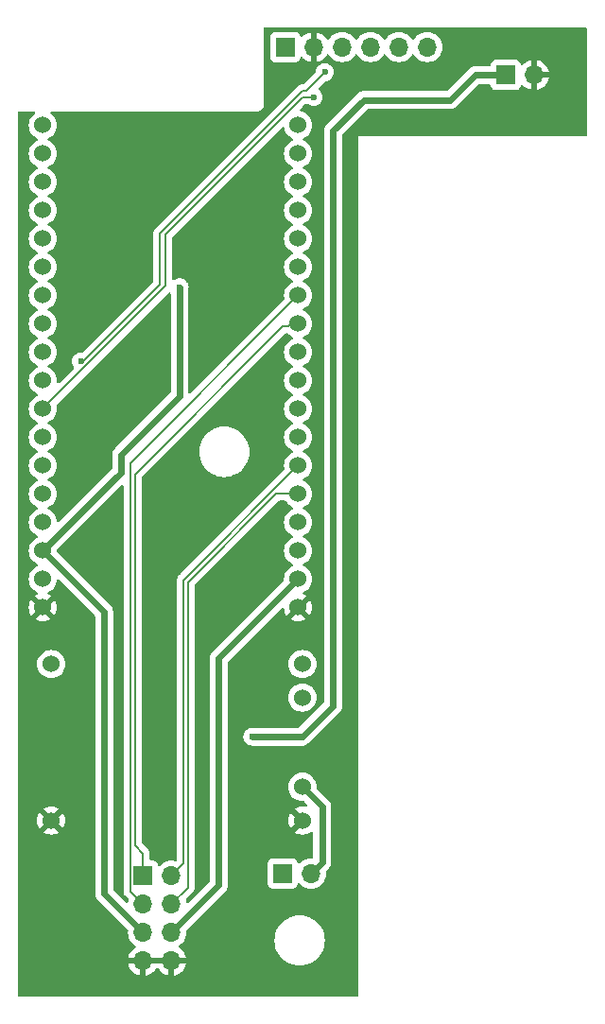
<source format=gbr>
%TF.GenerationSoftware,KiCad,Pcbnew,8.0.8*%
%TF.CreationDate,2025-07-12T12:46:27+02:00*%
%TF.ProjectId,lora_sensor_case-sensor_top,6c6f7261-5f73-4656-9e73-6f725f636173,rev?*%
%TF.SameCoordinates,Original*%
%TF.FileFunction,Copper,L1,Top*%
%TF.FilePolarity,Positive*%
%FSLAX46Y46*%
G04 Gerber Fmt 4.6, Leading zero omitted, Abs format (unit mm)*
G04 Created by KiCad (PCBNEW 8.0.8) date 2025-07-12 12:46:27*
%MOMM*%
%LPD*%
G01*
G04 APERTURE LIST*
%TA.AperFunction,ComponentPad*%
%ADD10R,1.700000X1.700000*%
%TD*%
%TA.AperFunction,ComponentPad*%
%ADD11O,1.700000X1.700000*%
%TD*%
%TA.AperFunction,ComponentPad*%
%ADD12C,1.524000*%
%TD*%
%TA.AperFunction,ViaPad*%
%ADD13C,0.600000*%
%TD*%
%TA.AperFunction,Conductor*%
%ADD14C,0.600000*%
%TD*%
%TA.AperFunction,Conductor*%
%ADD15C,0.200000*%
%TD*%
G04 APERTURE END LIST*
D10*
%TO.P,J1,1,Pin_1*%
%TO.N,VCC*%
X124210000Y-147000000D03*
D11*
%TO.P,J1,2,Pin_2*%
%TO.N,GNDA*%
X126750000Y-147000000D03*
%TD*%
D12*
%TO.P,U1,1,GND*%
%TO.N,GND*%
X125610000Y-123180000D03*
%TO.P,U1,2,5V*%
%TO.N,+5V*%
X125610000Y-120640000D03*
%TO.P,U1,3,Vext*%
%TO.N,unconnected-(U1-Vext-Pad3)*%
X125610000Y-118100000D03*
%TO.P,U1,4,Vext*%
%TO.N,unconnected-(U1-Vext-Pad4)*%
X125610000Y-115560000D03*
%TO.P,U1,5,RX*%
%TO.N,/UART_RX*%
X125610000Y-113020000D03*
%TO.P,U1,6,TX*%
%TO.N,/UART_TX*%
X125610000Y-110480000D03*
%TO.P,U1,7,RST*%
%TO.N,unconnected-(U1-RST-Pad7)*%
X125610000Y-107940000D03*
%TO.P,U1,8,0*%
%TO.N,unconnected-(U1-0-Pad8)*%
X125610000Y-105400000D03*
%TO.P,U1,9,36*%
%TO.N,unconnected-(U1-36-Pad9)*%
X125610000Y-102860000D03*
%TO.P,U1,10,35*%
%TO.N,unconnected-(U1-35-Pad10)*%
X125610000Y-100320000D03*
%TO.P,U1,11,34*%
%TO.N,/GPIO_34*%
X125610000Y-97780000D03*
%TO.P,U1,12,33*%
%TO.N,/GPIO_33*%
X125610000Y-95240000D03*
%TO.P,U1,13,SPI_CLK_P*%
%TO.N,unconnected-(U1-SPI_CLK_P-Pad13)*%
X125610000Y-92700000D03*
%TO.P,U1,14,SPI_CLK_N*%
%TO.N,unconnected-(U1-SPI_CLK_N-Pad14)*%
X125610000Y-90160000D03*
%TO.P,U1,15,26*%
%TO.N,unconnected-(U1-26-Pad15)*%
X125610000Y-87620000D03*
%TO.P,U1,16,21*%
%TO.N,unconnected-(U1-21-Pad16)*%
X125610000Y-85080000D03*
%TO.P,U1,17,20*%
%TO.N,unconnected-(U1-20-Pad17)*%
X125610000Y-82540000D03*
%TO.P,U1,18,19*%
%TO.N,unconnected-(U1-19-Pad18)*%
X125610000Y-80000000D03*
%TO.P,U1,19,GND*%
%TO.N,GND*%
X102750000Y-123180000D03*
%TO.P,U1,20,3.3*%
%TO.N,unconnected-(U1-3.3-Pad20)*%
X102750000Y-120640000D03*
%TO.P,U1,21,3.3*%
%TO.N,+3V3*%
X102750000Y-118100000D03*
%TO.P,U1,22,37*%
%TO.N,unconnected-(U1-37-Pad22)*%
X102750000Y-115560000D03*
%TO.P,U1,23,46*%
%TO.N,unconnected-(U1-46-Pad23)*%
X102750000Y-113020000D03*
%TO.P,U1,24,45*%
%TO.N,unconnected-(U1-45-Pad24)*%
X102750000Y-110480000D03*
%TO.P,U1,25,42*%
%TO.N,/SCL*%
X102750000Y-107940000D03*
%TO.P,U1,26,41*%
%TO.N,/SDA*%
X102750000Y-105400000D03*
%TO.P,U1,27,40*%
%TO.N,unconnected-(U1-40-Pad27)*%
X102750000Y-102860000D03*
%TO.P,U1,28,39*%
%TO.N,unconnected-(U1-39-Pad28)*%
X102750000Y-100320000D03*
%TO.P,U1,29,38*%
%TO.N,unconnected-(U1-38-Pad29)*%
X102750000Y-97780000D03*
%TO.P,U1,30,1*%
%TO.N,unconnected-(U1-1-Pad30)*%
X102750000Y-95240000D03*
%TO.P,U1,31,2*%
%TO.N,unconnected-(U1-2-Pad31)*%
X102750000Y-92700000D03*
%TO.P,U1,32,3*%
%TO.N,unconnected-(U1-3-Pad32)*%
X102750000Y-90160000D03*
%TO.P,U1,33,4*%
%TO.N,unconnected-(U1-4-Pad33)*%
X102750000Y-87620000D03*
%TO.P,U1,34,5*%
%TO.N,unconnected-(U1-5-Pad34)*%
X102750000Y-85080000D03*
%TO.P,U1,35,6*%
%TO.N,unconnected-(U1-6-Pad35)*%
X102750000Y-82540000D03*
%TO.P,U1,36,7*%
%TO.N,unconnected-(U1-7-Pad36)*%
X102750000Y-80000000D03*
%TD*%
D10*
%TO.P,J3,1,Pin_1*%
%TO.N,VDD*%
X144210000Y-75500000D03*
D11*
%TO.P,J3,2,Pin_2*%
%TO.N,GND*%
X146750000Y-75500000D03*
%TD*%
D10*
%TO.P,J2,1,Pin_1*%
%TO.N,/GPIO_34*%
X111725000Y-147199998D03*
D11*
%TO.P,J2,2,Pin_2*%
%TO.N,/UART_TX*%
X114265000Y-147199998D03*
%TO.P,J2,3,Pin_3*%
%TO.N,/GPIO_33*%
X111725000Y-149739998D03*
%TO.P,J2,4,Pin_4*%
%TO.N,/UART_RX*%
X114265000Y-149739998D03*
%TO.P,J2,5,Pin_5*%
%TO.N,+3V3*%
X111725000Y-152279998D03*
%TO.P,J2,6,Pin_6*%
%TO.N,+5V*%
X114265000Y-152279998D03*
%TO.P,J2,7,Pin_7*%
%TO.N,GND*%
X111725000Y-154819998D03*
%TO.P,J2,8,Pin_8*%
X114265000Y-154819998D03*
%TD*%
D10*
%TO.P,U2,1,VCC*%
%TO.N,+3V3*%
X124460000Y-73000000D03*
D11*
%TO.P,U2,2,GND*%
%TO.N,GND*%
X127000000Y-73000000D03*
%TO.P,U2,3,SCL*%
%TO.N,/SCL*%
X129540000Y-73000000D03*
%TO.P,U2,4,SDA*%
%TO.N,/SDA*%
X132080000Y-73000000D03*
%TO.P,U2,5,CSB*%
%TO.N,unconnected-(U2-CSB-Pad5)*%
X134620000Y-73000000D03*
%TO.P,U2,6,SDO*%
%TO.N,unconnected-(U2-SDO-Pad6)*%
X137160000Y-73000000D03*
%TD*%
D12*
%TO.P,U4,1,In+*%
%TO.N,VDD*%
X103495300Y-128250000D03*
%TO.P,U4,2,In-*%
%TO.N,GND*%
X103495300Y-142250000D03*
%TO.P,U4,3,Out+*%
%TO.N,VCC*%
X125995300Y-128250000D03*
%TO.P,U4,4,Bat+*%
X125995300Y-131250000D03*
%TO.P,U4,5,Bat-*%
%TO.N,GNDA*%
X125995300Y-139250000D03*
%TO.P,U4,6,Out-*%
%TO.N,GND*%
X125995300Y-142250000D03*
%TD*%
D13*
%TO.N,GND*%
X109750000Y-103500000D03*
X119000000Y-123250000D03*
X120500000Y-93500000D03*
X108000000Y-117000000D03*
X116250000Y-113500000D03*
%TO.N,+3V3*%
X115000000Y-94500000D03*
%TO.N,/SDA*%
X127000000Y-77500000D03*
%TO.N,/SCL*%
X106150735Y-101150735D03*
X128000000Y-75250000D03*
%TO.N,VDD*%
X121500000Y-134750000D03*
%TD*%
D14*
%TO.N,+3V3*%
X109750000Y-109500000D02*
X115000000Y-104250000D01*
X109750000Y-111100000D02*
X109750000Y-109500000D01*
X108250000Y-123600000D02*
X108250000Y-148804998D01*
X102750000Y-118100000D02*
X108250000Y-123600000D01*
X108250000Y-148804998D02*
X111725000Y-152279998D01*
X102750000Y-118100000D02*
X109750000Y-111100000D01*
X115000000Y-104250000D02*
X115000000Y-94500000D01*
D15*
%TO.N,/SDA*%
X102750000Y-105400000D02*
X113750000Y-94400000D01*
X126000000Y-77500000D02*
X113750000Y-89750000D01*
X113750000Y-94400000D02*
X113750000Y-89750000D01*
X127000000Y-77500000D02*
X126000000Y-77500000D01*
%TO.N,/GPIO_33*%
X111725000Y-149739998D02*
X110575000Y-148589998D01*
X110575000Y-148589998D02*
X110575000Y-110275000D01*
X110575000Y-110275000D02*
X125610000Y-95240000D01*
D14*
%TO.N,+5V*%
X118500000Y-148044998D02*
X118500000Y-127750000D01*
X118500000Y-127750000D02*
X125610000Y-120640000D01*
X114265000Y-152279998D02*
X118500000Y-148044998D01*
D15*
%TO.N,/SCL*%
X126034314Y-76900000D02*
X113250000Y-89684314D01*
X113250000Y-94250000D02*
X106349265Y-101150735D01*
X106349265Y-101150735D02*
X106150735Y-101150735D01*
X126034314Y-76900000D02*
X126350000Y-76900000D01*
X126350000Y-76900000D02*
X128000000Y-75250000D01*
X113250000Y-89684314D02*
X113250000Y-94250000D01*
%TO.N,/GPIO_34*%
X111725000Y-147199998D02*
X111725000Y-145250000D01*
X124750000Y-98000000D02*
X124970000Y-97780000D01*
X124250000Y-98000000D02*
X124750000Y-98000000D01*
X124970000Y-97780000D02*
X125610000Y-97780000D01*
X110975000Y-144500000D02*
X110975000Y-111275000D01*
X110975000Y-111275000D02*
X124250000Y-98000000D01*
X111725000Y-145250000D02*
X110975000Y-144500000D01*
%TO.N,/UART_TX*%
X115350000Y-146114998D02*
X115350000Y-120740000D01*
X115420000Y-120670000D02*
X125610000Y-110480000D01*
X114265000Y-147199998D02*
X115350000Y-146114998D01*
X115350000Y-120740000D02*
X115420000Y-120670000D01*
%TO.N,/UART_RX*%
X114265000Y-149739998D02*
X115750000Y-148254998D01*
X115750000Y-148254998D02*
X115750000Y-120905686D01*
X115750000Y-120905686D02*
X123635686Y-113020000D01*
X123635686Y-113020000D02*
X125610000Y-113020000D01*
D14*
%TO.N,VDD*%
X139250000Y-77750000D02*
X131500000Y-77750000D01*
X131500000Y-77750000D02*
X128750000Y-80500000D01*
X126000000Y-134750000D02*
X121500000Y-134750000D01*
X128750000Y-132000000D02*
X126000000Y-134750000D01*
X128750000Y-80500000D02*
X128750000Y-132000000D01*
X144210000Y-75500000D02*
X141500000Y-75500000D01*
X141500000Y-75500000D02*
X139250000Y-77750000D01*
%TO.N,GNDA*%
X127262000Y-140512000D02*
X127750000Y-141000000D01*
X127750000Y-141000000D02*
X127750000Y-146000000D01*
X127257300Y-140512000D02*
X127262000Y-140512000D01*
X127750000Y-146000000D02*
X126750000Y-147000000D01*
X125995300Y-139250000D02*
X127257300Y-140512000D01*
%TD*%
%TA.AperFunction,Conductor*%
%TO.N,GND*%
G36*
X151442539Y-71270185D02*
G01*
X151488294Y-71322989D01*
X151499500Y-71374500D01*
X151499500Y-80876000D01*
X151479815Y-80943039D01*
X151427011Y-80988794D01*
X151375500Y-81000000D01*
X131000000Y-81000000D01*
X131000000Y-157875500D01*
X130980315Y-157942539D01*
X130927511Y-157988294D01*
X130876000Y-157999500D01*
X100624500Y-157999500D01*
X100557461Y-157979815D01*
X100511706Y-157927011D01*
X100500500Y-157875500D01*
X100500500Y-142249999D01*
X102228479Y-142249999D01*
X102228479Y-142250000D01*
X102247724Y-142469976D01*
X102247726Y-142469986D01*
X102304875Y-142683270D01*
X102304880Y-142683284D01*
X102398198Y-142883405D01*
X102398201Y-142883411D01*
X102443558Y-142948187D01*
X102443558Y-142948188D01*
X103114300Y-142277446D01*
X103114300Y-142300160D01*
X103140264Y-142397061D01*
X103190424Y-142483940D01*
X103261360Y-142554876D01*
X103348239Y-142605036D01*
X103445140Y-142631000D01*
X103467853Y-142631000D01*
X102797110Y-143301740D01*
X102861890Y-143347099D01*
X102861892Y-143347100D01*
X103062015Y-143440419D01*
X103062029Y-143440424D01*
X103275313Y-143497573D01*
X103275323Y-143497575D01*
X103495299Y-143516821D01*
X103495301Y-143516821D01*
X103715276Y-143497575D01*
X103715286Y-143497573D01*
X103928570Y-143440424D01*
X103928584Y-143440419D01*
X104128707Y-143347100D01*
X104128717Y-143347094D01*
X104193488Y-143301741D01*
X103522748Y-142631000D01*
X103545460Y-142631000D01*
X103642361Y-142605036D01*
X103729240Y-142554876D01*
X103800176Y-142483940D01*
X103850336Y-142397061D01*
X103876300Y-142300160D01*
X103876300Y-142277447D01*
X104547041Y-142948188D01*
X104592394Y-142883417D01*
X104592400Y-142883407D01*
X104685719Y-142683284D01*
X104685724Y-142683270D01*
X104742873Y-142469986D01*
X104742875Y-142469976D01*
X104762121Y-142250000D01*
X104762121Y-142249999D01*
X104742875Y-142030023D01*
X104742873Y-142030013D01*
X104685724Y-141816729D01*
X104685720Y-141816720D01*
X104592396Y-141616586D01*
X104547041Y-141551811D01*
X104547040Y-141551810D01*
X103876300Y-142222551D01*
X103876300Y-142199840D01*
X103850336Y-142102939D01*
X103800176Y-142016060D01*
X103729240Y-141945124D01*
X103642361Y-141894964D01*
X103545460Y-141869000D01*
X103522747Y-141869000D01*
X104193488Y-141198258D01*
X104128711Y-141152901D01*
X104128705Y-141152898D01*
X103928584Y-141059580D01*
X103928570Y-141059575D01*
X103715286Y-141002426D01*
X103715276Y-141002424D01*
X103495301Y-140983179D01*
X103495299Y-140983179D01*
X103275323Y-141002424D01*
X103275313Y-141002426D01*
X103062029Y-141059575D01*
X103062020Y-141059579D01*
X102861890Y-141152901D01*
X102797111Y-141198258D01*
X103467854Y-141869000D01*
X103445140Y-141869000D01*
X103348239Y-141894964D01*
X103261360Y-141945124D01*
X103190424Y-142016060D01*
X103140264Y-142102939D01*
X103114300Y-142199840D01*
X103114300Y-142222553D01*
X102443558Y-141551811D01*
X102398201Y-141616590D01*
X102304879Y-141816720D01*
X102304875Y-141816729D01*
X102247726Y-142030013D01*
X102247724Y-142030023D01*
X102228479Y-142249999D01*
X100500500Y-142249999D01*
X100500500Y-128249997D01*
X102227977Y-128249997D01*
X102227977Y-128250002D01*
X102247229Y-128470062D01*
X102247230Y-128470070D01*
X102304404Y-128683445D01*
X102304405Y-128683447D01*
X102304406Y-128683450D01*
X102397766Y-128883662D01*
X102397768Y-128883666D01*
X102524470Y-129064615D01*
X102524475Y-129064621D01*
X102680678Y-129220824D01*
X102680684Y-129220829D01*
X102861633Y-129347531D01*
X102861635Y-129347532D01*
X102861638Y-129347534D01*
X103061850Y-129440894D01*
X103275232Y-129498070D01*
X103432423Y-129511822D01*
X103495298Y-129517323D01*
X103495300Y-129517323D01*
X103495302Y-129517323D01*
X103550317Y-129512509D01*
X103715368Y-129498070D01*
X103928750Y-129440894D01*
X104128962Y-129347534D01*
X104309920Y-129220826D01*
X104466126Y-129064620D01*
X104592834Y-128883662D01*
X104686194Y-128683450D01*
X104743370Y-128470068D01*
X104762623Y-128250000D01*
X104743370Y-128029932D01*
X104686194Y-127816550D01*
X104592834Y-127616339D01*
X104466126Y-127435380D01*
X104309920Y-127279174D01*
X104309916Y-127279171D01*
X104309915Y-127279170D01*
X104128966Y-127152468D01*
X104128962Y-127152466D01*
X104076949Y-127128212D01*
X103928750Y-127059106D01*
X103928747Y-127059105D01*
X103928745Y-127059104D01*
X103715370Y-127001930D01*
X103715362Y-127001929D01*
X103495302Y-126982677D01*
X103495298Y-126982677D01*
X103275237Y-127001929D01*
X103275229Y-127001930D01*
X103061854Y-127059104D01*
X103061848Y-127059107D01*
X102861640Y-127152465D01*
X102861638Y-127152466D01*
X102680677Y-127279175D01*
X102524475Y-127435377D01*
X102397766Y-127616338D01*
X102397765Y-127616340D01*
X102304407Y-127816548D01*
X102304404Y-127816554D01*
X102247230Y-128029929D01*
X102247229Y-128029937D01*
X102227977Y-128249997D01*
X100500500Y-128249997D01*
X100500500Y-78874500D01*
X100520185Y-78807461D01*
X100572989Y-78761706D01*
X100624500Y-78750500D01*
X101940091Y-78750500D01*
X102007130Y-78770185D01*
X102052885Y-78822989D01*
X102062829Y-78892147D01*
X102033804Y-78955703D01*
X102011214Y-78976075D01*
X101935377Y-79029175D01*
X101779175Y-79185377D01*
X101652466Y-79366338D01*
X101652465Y-79366340D01*
X101559107Y-79566548D01*
X101559104Y-79566554D01*
X101501930Y-79779929D01*
X101501929Y-79779937D01*
X101482677Y-79999997D01*
X101482677Y-80000002D01*
X101501929Y-80220062D01*
X101501930Y-80220070D01*
X101559104Y-80433445D01*
X101559105Y-80433447D01*
X101559106Y-80433450D01*
X101652466Y-80633662D01*
X101652468Y-80633666D01*
X101779170Y-80814615D01*
X101779175Y-80814621D01*
X101935378Y-80970824D01*
X101935384Y-80970829D01*
X102116333Y-81097531D01*
X102116335Y-81097532D01*
X102116338Y-81097534D01*
X102235748Y-81153215D01*
X102245189Y-81157618D01*
X102297628Y-81203790D01*
X102316780Y-81270984D01*
X102296564Y-81337865D01*
X102245189Y-81382382D01*
X102116340Y-81442465D01*
X102116338Y-81442466D01*
X101935377Y-81569175D01*
X101779175Y-81725377D01*
X101652466Y-81906338D01*
X101652465Y-81906340D01*
X101559107Y-82106548D01*
X101559104Y-82106554D01*
X101501930Y-82319929D01*
X101501929Y-82319937D01*
X101482677Y-82539997D01*
X101482677Y-82540002D01*
X101501929Y-82760062D01*
X101501930Y-82760070D01*
X101559104Y-82973445D01*
X101559105Y-82973447D01*
X101559106Y-82973450D01*
X101652466Y-83173662D01*
X101652468Y-83173666D01*
X101779170Y-83354615D01*
X101779175Y-83354621D01*
X101935378Y-83510824D01*
X101935384Y-83510829D01*
X102116333Y-83637531D01*
X102116335Y-83637532D01*
X102116338Y-83637534D01*
X102235748Y-83693215D01*
X102245189Y-83697618D01*
X102297628Y-83743790D01*
X102316780Y-83810984D01*
X102296564Y-83877865D01*
X102245189Y-83922382D01*
X102116340Y-83982465D01*
X102116338Y-83982466D01*
X101935377Y-84109175D01*
X101779175Y-84265377D01*
X101652466Y-84446338D01*
X101652465Y-84446340D01*
X101559107Y-84646548D01*
X101559104Y-84646554D01*
X101501930Y-84859929D01*
X101501929Y-84859937D01*
X101482677Y-85079997D01*
X101482677Y-85080002D01*
X101501929Y-85300062D01*
X101501930Y-85300070D01*
X101559104Y-85513445D01*
X101559105Y-85513447D01*
X101559106Y-85513450D01*
X101652466Y-85713662D01*
X101652468Y-85713666D01*
X101779170Y-85894615D01*
X101779175Y-85894621D01*
X101935378Y-86050824D01*
X101935384Y-86050829D01*
X102116333Y-86177531D01*
X102116335Y-86177532D01*
X102116338Y-86177534D01*
X102235748Y-86233215D01*
X102245189Y-86237618D01*
X102297628Y-86283790D01*
X102316780Y-86350984D01*
X102296564Y-86417865D01*
X102245189Y-86462382D01*
X102116340Y-86522465D01*
X102116338Y-86522466D01*
X101935377Y-86649175D01*
X101779175Y-86805377D01*
X101652466Y-86986338D01*
X101652465Y-86986340D01*
X101559107Y-87186548D01*
X101559104Y-87186554D01*
X101501930Y-87399929D01*
X101501929Y-87399937D01*
X101482677Y-87619997D01*
X101482677Y-87620002D01*
X101501929Y-87840062D01*
X101501930Y-87840070D01*
X101559104Y-88053445D01*
X101559105Y-88053447D01*
X101559106Y-88053450D01*
X101652466Y-88253662D01*
X101652468Y-88253666D01*
X101779170Y-88434615D01*
X101779175Y-88434621D01*
X101935378Y-88590824D01*
X101935384Y-88590829D01*
X102116333Y-88717531D01*
X102116335Y-88717532D01*
X102116338Y-88717534D01*
X102235748Y-88773215D01*
X102245189Y-88777618D01*
X102297628Y-88823790D01*
X102316780Y-88890984D01*
X102296564Y-88957865D01*
X102245189Y-89002382D01*
X102116340Y-89062465D01*
X102116338Y-89062466D01*
X101935377Y-89189175D01*
X101779175Y-89345377D01*
X101652466Y-89526338D01*
X101652465Y-89526340D01*
X101559107Y-89726548D01*
X101559104Y-89726554D01*
X101501930Y-89939929D01*
X101501929Y-89939937D01*
X101482677Y-90159997D01*
X101482677Y-90160002D01*
X101501929Y-90380062D01*
X101501930Y-90380070D01*
X101559104Y-90593445D01*
X101559105Y-90593447D01*
X101559106Y-90593450D01*
X101652466Y-90793662D01*
X101652468Y-90793666D01*
X101779170Y-90974615D01*
X101779175Y-90974621D01*
X101935378Y-91130824D01*
X101935384Y-91130829D01*
X102116333Y-91257531D01*
X102116335Y-91257532D01*
X102116338Y-91257534D01*
X102235748Y-91313215D01*
X102245189Y-91317618D01*
X102297628Y-91363790D01*
X102316780Y-91430984D01*
X102296564Y-91497865D01*
X102245189Y-91542382D01*
X102116340Y-91602465D01*
X102116338Y-91602466D01*
X101935377Y-91729175D01*
X101779175Y-91885377D01*
X101652466Y-92066338D01*
X101652465Y-92066340D01*
X101559107Y-92266548D01*
X101559104Y-92266554D01*
X101501930Y-92479929D01*
X101501929Y-92479937D01*
X101482677Y-92699997D01*
X101482677Y-92700002D01*
X101501929Y-92920062D01*
X101501930Y-92920070D01*
X101559104Y-93133445D01*
X101559105Y-93133447D01*
X101559106Y-93133450D01*
X101652466Y-93333662D01*
X101652468Y-93333666D01*
X101779170Y-93514615D01*
X101779175Y-93514621D01*
X101935378Y-93670824D01*
X101935384Y-93670829D01*
X102116333Y-93797531D01*
X102116335Y-93797532D01*
X102116338Y-93797534D01*
X102179966Y-93827204D01*
X102245189Y-93857618D01*
X102297628Y-93903790D01*
X102316780Y-93970984D01*
X102296564Y-94037865D01*
X102245189Y-94082382D01*
X102116340Y-94142465D01*
X102116338Y-94142466D01*
X101935377Y-94269175D01*
X101779175Y-94425377D01*
X101652466Y-94606338D01*
X101652465Y-94606340D01*
X101559107Y-94806548D01*
X101559104Y-94806554D01*
X101501930Y-95019929D01*
X101501929Y-95019937D01*
X101482677Y-95239997D01*
X101482677Y-95240002D01*
X101501929Y-95460062D01*
X101501930Y-95460070D01*
X101559104Y-95673445D01*
X101559105Y-95673447D01*
X101559106Y-95673450D01*
X101652466Y-95873662D01*
X101652468Y-95873666D01*
X101779170Y-96054615D01*
X101779175Y-96054621D01*
X101935378Y-96210824D01*
X101935384Y-96210829D01*
X102116333Y-96337531D01*
X102116335Y-96337532D01*
X102116338Y-96337534D01*
X102235748Y-96393215D01*
X102245189Y-96397618D01*
X102297628Y-96443790D01*
X102316780Y-96510984D01*
X102296564Y-96577865D01*
X102245189Y-96622382D01*
X102116340Y-96682465D01*
X102116338Y-96682466D01*
X101935377Y-96809175D01*
X101779175Y-96965377D01*
X101652466Y-97146338D01*
X101652465Y-97146340D01*
X101559107Y-97346548D01*
X101559104Y-97346554D01*
X101501930Y-97559929D01*
X101501929Y-97559937D01*
X101482677Y-97779997D01*
X101482677Y-97780002D01*
X101501929Y-98000062D01*
X101501930Y-98000070D01*
X101559104Y-98213445D01*
X101559105Y-98213447D01*
X101559106Y-98213450D01*
X101652466Y-98413662D01*
X101652468Y-98413666D01*
X101779170Y-98594615D01*
X101779175Y-98594621D01*
X101935378Y-98750824D01*
X101935384Y-98750829D01*
X102116333Y-98877531D01*
X102116335Y-98877532D01*
X102116338Y-98877534D01*
X102235748Y-98933215D01*
X102245189Y-98937618D01*
X102297628Y-98983790D01*
X102316780Y-99050984D01*
X102296564Y-99117865D01*
X102245189Y-99162382D01*
X102116340Y-99222465D01*
X102116338Y-99222466D01*
X101935377Y-99349175D01*
X101779175Y-99505377D01*
X101652466Y-99686338D01*
X101652465Y-99686340D01*
X101559107Y-99886548D01*
X101559104Y-99886554D01*
X101501930Y-100099929D01*
X101501929Y-100099937D01*
X101482677Y-100319997D01*
X101482677Y-100320002D01*
X101501929Y-100540062D01*
X101501930Y-100540070D01*
X101559104Y-100753445D01*
X101559105Y-100753447D01*
X101559106Y-100753450D01*
X101652466Y-100953662D01*
X101652468Y-100953666D01*
X101779170Y-101134615D01*
X101779175Y-101134621D01*
X101935378Y-101290824D01*
X101935384Y-101290829D01*
X102116333Y-101417531D01*
X102116335Y-101417532D01*
X102116338Y-101417534D01*
X102235748Y-101473215D01*
X102245189Y-101477618D01*
X102297628Y-101523790D01*
X102316780Y-101590984D01*
X102296564Y-101657865D01*
X102245189Y-101702382D01*
X102116340Y-101762465D01*
X102116338Y-101762466D01*
X101935377Y-101889175D01*
X101779175Y-102045377D01*
X101652466Y-102226338D01*
X101652465Y-102226340D01*
X101559107Y-102426548D01*
X101559104Y-102426554D01*
X101501930Y-102639929D01*
X101501929Y-102639937D01*
X101482677Y-102859997D01*
X101482677Y-102860002D01*
X101501929Y-103080062D01*
X101501930Y-103080070D01*
X101559104Y-103293445D01*
X101559105Y-103293447D01*
X101559106Y-103293450D01*
X101617140Y-103417905D01*
X101652466Y-103493662D01*
X101652468Y-103493666D01*
X101779170Y-103674615D01*
X101779175Y-103674621D01*
X101935378Y-103830824D01*
X101935384Y-103830829D01*
X102116333Y-103957531D01*
X102116335Y-103957532D01*
X102116338Y-103957534D01*
X102192093Y-103992859D01*
X102245189Y-104017618D01*
X102297628Y-104063790D01*
X102316780Y-104130984D01*
X102296564Y-104197865D01*
X102245189Y-104242382D01*
X102116340Y-104302465D01*
X102116338Y-104302466D01*
X101935377Y-104429175D01*
X101779175Y-104585377D01*
X101652466Y-104766338D01*
X101652465Y-104766340D01*
X101559107Y-104966548D01*
X101559104Y-104966554D01*
X101501930Y-105179929D01*
X101501929Y-105179937D01*
X101482677Y-105399997D01*
X101482677Y-105400002D01*
X101501929Y-105620062D01*
X101501930Y-105620070D01*
X101559104Y-105833445D01*
X101559105Y-105833447D01*
X101559106Y-105833450D01*
X101652466Y-106033662D01*
X101652468Y-106033666D01*
X101779170Y-106214615D01*
X101779175Y-106214621D01*
X101935378Y-106370824D01*
X101935384Y-106370829D01*
X102116333Y-106497531D01*
X102116335Y-106497532D01*
X102116338Y-106497534D01*
X102235748Y-106553215D01*
X102245189Y-106557618D01*
X102297628Y-106603790D01*
X102316780Y-106670984D01*
X102296564Y-106737865D01*
X102245189Y-106782382D01*
X102116340Y-106842465D01*
X102116338Y-106842466D01*
X101935377Y-106969175D01*
X101779175Y-107125377D01*
X101652466Y-107306338D01*
X101652465Y-107306340D01*
X101559107Y-107506548D01*
X101559104Y-107506554D01*
X101501930Y-107719929D01*
X101501929Y-107719937D01*
X101482677Y-107939997D01*
X101482677Y-107940002D01*
X101501929Y-108160062D01*
X101501930Y-108160070D01*
X101559104Y-108373445D01*
X101559105Y-108373447D01*
X101559106Y-108373450D01*
X101565387Y-108386919D01*
X101652466Y-108573662D01*
X101652468Y-108573666D01*
X101779170Y-108754615D01*
X101779175Y-108754621D01*
X101935378Y-108910824D01*
X101935384Y-108910829D01*
X102116333Y-109037531D01*
X102116335Y-109037532D01*
X102116338Y-109037534D01*
X102235748Y-109093215D01*
X102245189Y-109097618D01*
X102297628Y-109143790D01*
X102316780Y-109210984D01*
X102296564Y-109277865D01*
X102245189Y-109322382D01*
X102116340Y-109382465D01*
X102116338Y-109382466D01*
X101935377Y-109509175D01*
X101779175Y-109665377D01*
X101652466Y-109846338D01*
X101652465Y-109846340D01*
X101559107Y-110046548D01*
X101559104Y-110046554D01*
X101501930Y-110259929D01*
X101501929Y-110259937D01*
X101482677Y-110479997D01*
X101482677Y-110480002D01*
X101501929Y-110700062D01*
X101501930Y-110700070D01*
X101559104Y-110913445D01*
X101559105Y-110913447D01*
X101559106Y-110913450D01*
X101652466Y-111113662D01*
X101652468Y-111113666D01*
X101779170Y-111294615D01*
X101779175Y-111294621D01*
X101935378Y-111450824D01*
X101935384Y-111450829D01*
X102116333Y-111577531D01*
X102116335Y-111577532D01*
X102116338Y-111577534D01*
X102235748Y-111633215D01*
X102245189Y-111637618D01*
X102297628Y-111683790D01*
X102316780Y-111750984D01*
X102296564Y-111817865D01*
X102245189Y-111862382D01*
X102116340Y-111922465D01*
X102116338Y-111922466D01*
X101935377Y-112049175D01*
X101779175Y-112205377D01*
X101652466Y-112386338D01*
X101652465Y-112386340D01*
X101559107Y-112586548D01*
X101559104Y-112586554D01*
X101501930Y-112799929D01*
X101501929Y-112799937D01*
X101482677Y-113019997D01*
X101482677Y-113020002D01*
X101501929Y-113240062D01*
X101501930Y-113240070D01*
X101559104Y-113453445D01*
X101559105Y-113453447D01*
X101559106Y-113453450D01*
X101637002Y-113620500D01*
X101652466Y-113653662D01*
X101652468Y-113653666D01*
X101779170Y-113834615D01*
X101779175Y-113834621D01*
X101935378Y-113990824D01*
X101935384Y-113990829D01*
X102116333Y-114117531D01*
X102116335Y-114117532D01*
X102116338Y-114117534D01*
X102235748Y-114173215D01*
X102245189Y-114177618D01*
X102297628Y-114223790D01*
X102316780Y-114290984D01*
X102296564Y-114357865D01*
X102245189Y-114402382D01*
X102116340Y-114462465D01*
X102116338Y-114462466D01*
X101935377Y-114589175D01*
X101779175Y-114745377D01*
X101652466Y-114926338D01*
X101652465Y-114926340D01*
X101559107Y-115126548D01*
X101559104Y-115126554D01*
X101501930Y-115339929D01*
X101501929Y-115339937D01*
X101482677Y-115559997D01*
X101482677Y-115560002D01*
X101501929Y-115780062D01*
X101501930Y-115780070D01*
X101559104Y-115993445D01*
X101559105Y-115993447D01*
X101559106Y-115993450D01*
X101652466Y-116193662D01*
X101652468Y-116193666D01*
X101779170Y-116374615D01*
X101779175Y-116374621D01*
X101935378Y-116530824D01*
X101935384Y-116530829D01*
X102116333Y-116657531D01*
X102116335Y-116657532D01*
X102116338Y-116657534D01*
X102235748Y-116713215D01*
X102245189Y-116717618D01*
X102297628Y-116763790D01*
X102316780Y-116830984D01*
X102296564Y-116897865D01*
X102245189Y-116942382D01*
X102116340Y-117002465D01*
X102116338Y-117002466D01*
X101935377Y-117129175D01*
X101779175Y-117285377D01*
X101652466Y-117466338D01*
X101652465Y-117466340D01*
X101559107Y-117666548D01*
X101559104Y-117666554D01*
X101501930Y-117879929D01*
X101501929Y-117879937D01*
X101482677Y-118099997D01*
X101482677Y-118100002D01*
X101501929Y-118320062D01*
X101501930Y-118320070D01*
X101559104Y-118533445D01*
X101559105Y-118533447D01*
X101559106Y-118533450D01*
X101652466Y-118733662D01*
X101652468Y-118733666D01*
X101779170Y-118914615D01*
X101779175Y-118914621D01*
X101935378Y-119070824D01*
X101935384Y-119070829D01*
X102116333Y-119197531D01*
X102116335Y-119197532D01*
X102116338Y-119197534D01*
X102235748Y-119253215D01*
X102245189Y-119257618D01*
X102297628Y-119303790D01*
X102316780Y-119370984D01*
X102296564Y-119437865D01*
X102245189Y-119482382D01*
X102116340Y-119542465D01*
X102116338Y-119542466D01*
X101935377Y-119669175D01*
X101779175Y-119825377D01*
X101652466Y-120006338D01*
X101652465Y-120006340D01*
X101559107Y-120206548D01*
X101559104Y-120206554D01*
X101501930Y-120419929D01*
X101501929Y-120419937D01*
X101482677Y-120639997D01*
X101482677Y-120640002D01*
X101501929Y-120860062D01*
X101501930Y-120860070D01*
X101559104Y-121073445D01*
X101559105Y-121073447D01*
X101559106Y-121073450D01*
X101620814Y-121205783D01*
X101652466Y-121273662D01*
X101652468Y-121273666D01*
X101779170Y-121454615D01*
X101779175Y-121454621D01*
X101935378Y-121610824D01*
X101935384Y-121610829D01*
X102116333Y-121737531D01*
X102116335Y-121737532D01*
X102116338Y-121737534D01*
X102245781Y-121797894D01*
X102298220Y-121844066D01*
X102317372Y-121911260D01*
X102297156Y-121978141D01*
X102245781Y-122022658D01*
X102116590Y-122082901D01*
X102051811Y-122128258D01*
X102722554Y-122799000D01*
X102699840Y-122799000D01*
X102602939Y-122824964D01*
X102516060Y-122875124D01*
X102445124Y-122946060D01*
X102394964Y-123032939D01*
X102369000Y-123129840D01*
X102369000Y-123152553D01*
X101698258Y-122481811D01*
X101652901Y-122546590D01*
X101559579Y-122746720D01*
X101559575Y-122746729D01*
X101502426Y-122960013D01*
X101502424Y-122960023D01*
X101483179Y-123179999D01*
X101483179Y-123180000D01*
X101502424Y-123399976D01*
X101502426Y-123399986D01*
X101559575Y-123613270D01*
X101559580Y-123613284D01*
X101652898Y-123813405D01*
X101652901Y-123813411D01*
X101698258Y-123878187D01*
X101698258Y-123878188D01*
X102369000Y-123207446D01*
X102369000Y-123230160D01*
X102394964Y-123327061D01*
X102445124Y-123413940D01*
X102516060Y-123484876D01*
X102602939Y-123535036D01*
X102699840Y-123561000D01*
X102722553Y-123561000D01*
X102051810Y-124231740D01*
X102116590Y-124277099D01*
X102116592Y-124277100D01*
X102316715Y-124370419D01*
X102316729Y-124370424D01*
X102530013Y-124427573D01*
X102530023Y-124427575D01*
X102749999Y-124446821D01*
X102750001Y-124446821D01*
X102969976Y-124427575D01*
X102969986Y-124427573D01*
X103183270Y-124370424D01*
X103183284Y-124370419D01*
X103383407Y-124277100D01*
X103383417Y-124277094D01*
X103448188Y-124231741D01*
X102777448Y-123561000D01*
X102800160Y-123561000D01*
X102897061Y-123535036D01*
X102983940Y-123484876D01*
X103054876Y-123413940D01*
X103105036Y-123327061D01*
X103131000Y-123230160D01*
X103131000Y-123207447D01*
X103801741Y-123878188D01*
X103847094Y-123813417D01*
X103847100Y-123813407D01*
X103940419Y-123613284D01*
X103940424Y-123613270D01*
X103997573Y-123399986D01*
X103997575Y-123399976D01*
X104016821Y-123180000D01*
X104016821Y-123179999D01*
X103997575Y-122960023D01*
X103997573Y-122960013D01*
X103940424Y-122746729D01*
X103940420Y-122746720D01*
X103847096Y-122546586D01*
X103801741Y-122481811D01*
X103801740Y-122481810D01*
X103131000Y-123152551D01*
X103131000Y-123129840D01*
X103105036Y-123032939D01*
X103054876Y-122946060D01*
X102983940Y-122875124D01*
X102897061Y-122824964D01*
X102800160Y-122799000D01*
X102777447Y-122799000D01*
X103448188Y-122128258D01*
X103383411Y-122082901D01*
X103383405Y-122082898D01*
X103254219Y-122022658D01*
X103201779Y-121976486D01*
X103182627Y-121909293D01*
X103202843Y-121842411D01*
X103254219Y-121797894D01*
X103383662Y-121737534D01*
X103564620Y-121610826D01*
X103720826Y-121454620D01*
X103847534Y-121273662D01*
X103940894Y-121073450D01*
X103998070Y-120860068D01*
X104005458Y-120775618D01*
X104030910Y-120710550D01*
X104087501Y-120669571D01*
X104157263Y-120665693D01*
X104216667Y-120698745D01*
X107413181Y-123895259D01*
X107446666Y-123956582D01*
X107449500Y-123982940D01*
X107449500Y-148883844D01*
X107480261Y-149038487D01*
X107480264Y-149038499D01*
X107540602Y-149184170D01*
X107540609Y-149184183D01*
X107628210Y-149315286D01*
X107628213Y-149315290D01*
X110346441Y-152033517D01*
X110379926Y-152094840D01*
X110382288Y-152132005D01*
X110369341Y-152279995D01*
X110369341Y-152279998D01*
X110389936Y-152515401D01*
X110389938Y-152515411D01*
X110451094Y-152743653D01*
X110451096Y-152743657D01*
X110451097Y-152743661D01*
X110455000Y-152752030D01*
X110550965Y-152957828D01*
X110550967Y-152957832D01*
X110659281Y-153112519D01*
X110686505Y-153151399D01*
X110853599Y-153318493D01*
X111009068Y-153427354D01*
X111039594Y-153448728D01*
X111083219Y-153503305D01*
X111090413Y-153572803D01*
X111058890Y-153635158D01*
X111039595Y-153651878D01*
X110853922Y-153781888D01*
X110853920Y-153781889D01*
X110686891Y-153948918D01*
X110686886Y-153948924D01*
X110551400Y-154142418D01*
X110551399Y-154142420D01*
X110451570Y-154356505D01*
X110451567Y-154356511D01*
X110394364Y-154569997D01*
X110394364Y-154569998D01*
X111291988Y-154569998D01*
X111259075Y-154627005D01*
X111225000Y-154754172D01*
X111225000Y-154885824D01*
X111259075Y-155012991D01*
X111291988Y-155069998D01*
X110394364Y-155069998D01*
X110451567Y-155283484D01*
X110451570Y-155283490D01*
X110551399Y-155497576D01*
X110686894Y-155691080D01*
X110853917Y-155858103D01*
X111047421Y-155993598D01*
X111261507Y-156093427D01*
X111261516Y-156093431D01*
X111475000Y-156150632D01*
X111475000Y-155253010D01*
X111532007Y-155285923D01*
X111659174Y-155319998D01*
X111790826Y-155319998D01*
X111917993Y-155285923D01*
X111975000Y-155253010D01*
X111975000Y-156150631D01*
X112188483Y-156093431D01*
X112188492Y-156093427D01*
X112402578Y-155993598D01*
X112596082Y-155858103D01*
X112763105Y-155691080D01*
X112893425Y-155504966D01*
X112948002Y-155461342D01*
X113017501Y-155454149D01*
X113079855Y-155485671D01*
X113096575Y-155504966D01*
X113226894Y-155691080D01*
X113393917Y-155858103D01*
X113587421Y-155993598D01*
X113801507Y-156093427D01*
X113801516Y-156093431D01*
X114015000Y-156150632D01*
X114015000Y-155253010D01*
X114072007Y-155285923D01*
X114199174Y-155319998D01*
X114330826Y-155319998D01*
X114457993Y-155285923D01*
X114515000Y-155253010D01*
X114515000Y-156150631D01*
X114728483Y-156093431D01*
X114728492Y-156093427D01*
X114942578Y-155993598D01*
X115136082Y-155858103D01*
X115303105Y-155691080D01*
X115438600Y-155497576D01*
X115538429Y-155283490D01*
X115538432Y-155283484D01*
X115595636Y-155069998D01*
X114698012Y-155069998D01*
X114730925Y-155012991D01*
X114765000Y-154885824D01*
X114765000Y-154754172D01*
X114730925Y-154627005D01*
X114698012Y-154569998D01*
X115595636Y-154569998D01*
X115595635Y-154569997D01*
X115538432Y-154356511D01*
X115538429Y-154356505D01*
X115438600Y-154142420D01*
X115438599Y-154142418D01*
X115303113Y-153948924D01*
X115303108Y-153948918D01*
X115136078Y-153781888D01*
X114950405Y-153651877D01*
X114906780Y-153597300D01*
X114899588Y-153527802D01*
X114931110Y-153465447D01*
X114950406Y-153448728D01*
X115136401Y-153318493D01*
X115303495Y-153151399D01*
X115409511Y-152999992D01*
X123494671Y-152999992D01*
X123494671Y-153000007D01*
X123513964Y-153294363D01*
X123513965Y-153294373D01*
X123513966Y-153294380D01*
X123513968Y-153294390D01*
X123571518Y-153583716D01*
X123571521Y-153583730D01*
X123666349Y-153863080D01*
X123796825Y-154127660D01*
X123796829Y-154127667D01*
X123960725Y-154372955D01*
X124155241Y-154594758D01*
X124377044Y-154789274D01*
X124622332Y-154953170D01*
X124622335Y-154953172D01*
X124886923Y-155083652D01*
X125166278Y-155178481D01*
X125455620Y-155236034D01*
X125483888Y-155237886D01*
X125749993Y-155255329D01*
X125750000Y-155255329D01*
X125750007Y-155255329D01*
X125985675Y-155239881D01*
X126044380Y-155236034D01*
X126333722Y-155178481D01*
X126613077Y-155083652D01*
X126877665Y-154953172D01*
X127122957Y-154789273D01*
X127344758Y-154594758D01*
X127539273Y-154372957D01*
X127703172Y-154127665D01*
X127833652Y-153863077D01*
X127928481Y-153583722D01*
X127986034Y-153294380D01*
X128005329Y-153000000D01*
X128005329Y-152999992D01*
X127986035Y-152705636D01*
X127986034Y-152705620D01*
X127928481Y-152416278D01*
X127833652Y-152136923D01*
X127703172Y-151872336D01*
X127539273Y-151627043D01*
X127496655Y-151578447D01*
X127344758Y-151405241D01*
X127122955Y-151210725D01*
X126877667Y-151046829D01*
X126877660Y-151046825D01*
X126613080Y-150916349D01*
X126333730Y-150821521D01*
X126333724Y-150821519D01*
X126333722Y-150821519D01*
X126044380Y-150763966D01*
X126044373Y-150763965D01*
X126044363Y-150763964D01*
X125750007Y-150744671D01*
X125749993Y-150744671D01*
X125455636Y-150763964D01*
X125455624Y-150763965D01*
X125455620Y-150763966D01*
X125455612Y-150763967D01*
X125455609Y-150763968D01*
X125166283Y-150821518D01*
X125166269Y-150821521D01*
X124886919Y-150916349D01*
X124622334Y-151046828D01*
X124377041Y-151210728D01*
X124155241Y-151405241D01*
X123960728Y-151627041D01*
X123796828Y-151872334D01*
X123666349Y-152136919D01*
X123571521Y-152416269D01*
X123571518Y-152416283D01*
X123513968Y-152705609D01*
X123513964Y-152705636D01*
X123494671Y-152999992D01*
X115409511Y-152999992D01*
X115439035Y-152957828D01*
X115538903Y-152743661D01*
X115600063Y-152515406D01*
X115620659Y-152279998D01*
X115607710Y-152132003D01*
X115621476Y-152063506D01*
X115643554Y-152033520D01*
X119121788Y-148555288D01*
X119124989Y-148550498D01*
X119129272Y-148544089D01*
X119209390Y-148424183D01*
X119209390Y-148424182D01*
X119209394Y-148424177D01*
X119269737Y-148278495D01*
X119270651Y-148273903D01*
X119270653Y-148273894D01*
X119290516Y-148174032D01*
X119300500Y-148123841D01*
X119300500Y-147966156D01*
X119300500Y-146102135D01*
X122859500Y-146102135D01*
X122859500Y-147897870D01*
X122859501Y-147897876D01*
X122865908Y-147957483D01*
X122916202Y-148092328D01*
X122916206Y-148092335D01*
X123002452Y-148207544D01*
X123002455Y-148207547D01*
X123117664Y-148293793D01*
X123117671Y-148293797D01*
X123252517Y-148344091D01*
X123252516Y-148344091D01*
X123259444Y-148344835D01*
X123312127Y-148350500D01*
X125107872Y-148350499D01*
X125167483Y-148344091D01*
X125302331Y-148293796D01*
X125417546Y-148207546D01*
X125503796Y-148092331D01*
X125552810Y-147960916D01*
X125594681Y-147904984D01*
X125660145Y-147880566D01*
X125728418Y-147895417D01*
X125756673Y-147916569D01*
X125878599Y-148038495D01*
X125959889Y-148095415D01*
X126072165Y-148174032D01*
X126072167Y-148174033D01*
X126072170Y-148174035D01*
X126286337Y-148273903D01*
X126286343Y-148273904D01*
X126286344Y-148273905D01*
X126303501Y-148278502D01*
X126514592Y-148335063D01*
X126691034Y-148350500D01*
X126749999Y-148355659D01*
X126750000Y-148355659D01*
X126750001Y-148355659D01*
X126808966Y-148350500D01*
X126985408Y-148335063D01*
X127213663Y-148273903D01*
X127427830Y-148174035D01*
X127621401Y-148038495D01*
X127788495Y-147871401D01*
X127924035Y-147677830D01*
X128023903Y-147463663D01*
X128085063Y-147235408D01*
X128105659Y-147000000D01*
X128092710Y-146852005D01*
X128106476Y-146783508D01*
X128128551Y-146753526D01*
X128371789Y-146510289D01*
X128459394Y-146379179D01*
X128519738Y-146233497D01*
X128550500Y-146078842D01*
X128550500Y-145921157D01*
X128550500Y-140921158D01*
X128550500Y-140921155D01*
X128550499Y-140921153D01*
X128519738Y-140766510D01*
X128519737Y-140766503D01*
X128519735Y-140766498D01*
X128459397Y-140620827D01*
X128459390Y-140620814D01*
X128371790Y-140489712D01*
X128322970Y-140440892D01*
X128260289Y-140378211D01*
X127772289Y-139890211D01*
X127768274Y-139887528D01*
X127749487Y-139872109D01*
X127292628Y-139415250D01*
X127259143Y-139353927D01*
X127256781Y-139316766D01*
X127262623Y-139250000D01*
X127243370Y-139029932D01*
X127186194Y-138816550D01*
X127092834Y-138616339D01*
X126966126Y-138435380D01*
X126809920Y-138279174D01*
X126809916Y-138279171D01*
X126809915Y-138279170D01*
X126628966Y-138152468D01*
X126628962Y-138152466D01*
X126628960Y-138152465D01*
X126428750Y-138059106D01*
X126428747Y-138059105D01*
X126428745Y-138059104D01*
X126215370Y-138001930D01*
X126215362Y-138001929D01*
X125995302Y-137982677D01*
X125995298Y-137982677D01*
X125775237Y-138001929D01*
X125775229Y-138001930D01*
X125561854Y-138059104D01*
X125561848Y-138059107D01*
X125361640Y-138152465D01*
X125361638Y-138152466D01*
X125180677Y-138279175D01*
X125024475Y-138435377D01*
X124897766Y-138616338D01*
X124897765Y-138616340D01*
X124804407Y-138816548D01*
X124804404Y-138816554D01*
X124747230Y-139029929D01*
X124747229Y-139029937D01*
X124727977Y-139249997D01*
X124727977Y-139250002D01*
X124747229Y-139470062D01*
X124747230Y-139470070D01*
X124804404Y-139683445D01*
X124804405Y-139683447D01*
X124804406Y-139683450D01*
X124892379Y-139872109D01*
X124897766Y-139883662D01*
X124897768Y-139883666D01*
X125024470Y-140064615D01*
X125024475Y-140064621D01*
X125180678Y-140220824D01*
X125180684Y-140220829D01*
X125361633Y-140347531D01*
X125361635Y-140347532D01*
X125361638Y-140347534D01*
X125561850Y-140440894D01*
X125775232Y-140498070D01*
X125928524Y-140511481D01*
X125995298Y-140517323D01*
X125995299Y-140517323D01*
X125995299Y-140517322D01*
X125995300Y-140517323D01*
X126062063Y-140511481D01*
X126130560Y-140525247D01*
X126160550Y-140547328D01*
X126434959Y-140821738D01*
X126468444Y-140883061D01*
X126463460Y-140952753D01*
X126421588Y-141008686D01*
X126356124Y-141033103D01*
X126315185Y-141029194D01*
X126215286Y-141002426D01*
X126215276Y-141002424D01*
X125995301Y-140983179D01*
X125995299Y-140983179D01*
X125775323Y-141002424D01*
X125775313Y-141002426D01*
X125562029Y-141059575D01*
X125562020Y-141059579D01*
X125361890Y-141152901D01*
X125297111Y-141198258D01*
X125967853Y-141869000D01*
X125945140Y-141869000D01*
X125848239Y-141894964D01*
X125761360Y-141945124D01*
X125690424Y-142016060D01*
X125640264Y-142102939D01*
X125614300Y-142199840D01*
X125614300Y-142222553D01*
X124943558Y-141551811D01*
X124898201Y-141616590D01*
X124804879Y-141816720D01*
X124804875Y-141816729D01*
X124747726Y-142030013D01*
X124747724Y-142030023D01*
X124728479Y-142249999D01*
X124728479Y-142250000D01*
X124747724Y-142469976D01*
X124747726Y-142469986D01*
X124804875Y-142683270D01*
X124804880Y-142683284D01*
X124898198Y-142883405D01*
X124898201Y-142883411D01*
X124943558Y-142948187D01*
X124943558Y-142948188D01*
X125614300Y-142277446D01*
X125614300Y-142300160D01*
X125640264Y-142397061D01*
X125690424Y-142483940D01*
X125761360Y-142554876D01*
X125848239Y-142605036D01*
X125945140Y-142631000D01*
X125967852Y-142631000D01*
X125297110Y-143301740D01*
X125361890Y-143347099D01*
X125361892Y-143347100D01*
X125562015Y-143440419D01*
X125562029Y-143440424D01*
X125775313Y-143497573D01*
X125775323Y-143497575D01*
X125995299Y-143516821D01*
X125995301Y-143516821D01*
X126215276Y-143497575D01*
X126215286Y-143497573D01*
X126428570Y-143440424D01*
X126428584Y-143440419D01*
X126628707Y-143347100D01*
X126628717Y-143347094D01*
X126754376Y-143259107D01*
X126820582Y-143236779D01*
X126888349Y-143253789D01*
X126936163Y-143304736D01*
X126949500Y-143360681D01*
X126949500Y-145526472D01*
X126929815Y-145593511D01*
X126877011Y-145639266D01*
X126814694Y-145650000D01*
X126750004Y-145644341D01*
X126749999Y-145644341D01*
X126514596Y-145664936D01*
X126514586Y-145664938D01*
X126286344Y-145726094D01*
X126286335Y-145726098D01*
X126072171Y-145825964D01*
X126072169Y-145825965D01*
X125878600Y-145961503D01*
X125756673Y-146083430D01*
X125695350Y-146116914D01*
X125625658Y-146111930D01*
X125569725Y-146070058D01*
X125552810Y-146039081D01*
X125503797Y-145907671D01*
X125503793Y-145907664D01*
X125417547Y-145792455D01*
X125417544Y-145792452D01*
X125302335Y-145706206D01*
X125302328Y-145706202D01*
X125167482Y-145655908D01*
X125167483Y-145655908D01*
X125107883Y-145649501D01*
X125107881Y-145649500D01*
X125107873Y-145649500D01*
X125107864Y-145649500D01*
X123312129Y-145649500D01*
X123312123Y-145649501D01*
X123252516Y-145655908D01*
X123117671Y-145706202D01*
X123117664Y-145706206D01*
X123002455Y-145792452D01*
X123002452Y-145792455D01*
X122916206Y-145907664D01*
X122916202Y-145907671D01*
X122865908Y-146042517D01*
X122859501Y-146102116D01*
X122859500Y-146102135D01*
X119300500Y-146102135D01*
X119300500Y-134749998D01*
X120694435Y-134749998D01*
X120694435Y-134750001D01*
X120698720Y-134788029D01*
X120699500Y-134801914D01*
X120699500Y-134828844D01*
X120707288Y-134868003D01*
X120708890Y-134878303D01*
X120714632Y-134929252D01*
X120714633Y-134929260D01*
X120722976Y-134953104D01*
X120727550Y-134969860D01*
X120730262Y-134983496D01*
X120750509Y-135032377D01*
X120752988Y-135038872D01*
X120774212Y-135099524D01*
X120780709Y-135109865D01*
X120790268Y-135128365D01*
X120790603Y-135129173D01*
X120790605Y-135129179D01*
X120827223Y-135183982D01*
X120829114Y-135186900D01*
X120870180Y-135252257D01*
X120870182Y-135252260D01*
X120870184Y-135252262D01*
X120997738Y-135379816D01*
X121063131Y-135420905D01*
X121066040Y-135422790D01*
X121120821Y-135459394D01*
X121121606Y-135459719D01*
X121140134Y-135469289D01*
X121150478Y-135475789D01*
X121211175Y-135497028D01*
X121217607Y-135499484D01*
X121246021Y-135511253D01*
X121266497Y-135519735D01*
X121266498Y-135519735D01*
X121266503Y-135519737D01*
X121280139Y-135522449D01*
X121296898Y-135527023D01*
X121320745Y-135535368D01*
X121371714Y-135541110D01*
X121381992Y-135542709D01*
X121409140Y-135548109D01*
X121421157Y-135550500D01*
X121421158Y-135550500D01*
X121448085Y-135550500D01*
X121461969Y-135551280D01*
X121499998Y-135555565D01*
X121500000Y-135555565D01*
X121500002Y-135555565D01*
X121538031Y-135551280D01*
X121551915Y-135550500D01*
X126078844Y-135550500D01*
X126078845Y-135550499D01*
X126233497Y-135519737D01*
X126379179Y-135459394D01*
X126510289Y-135371789D01*
X129260286Y-132621790D01*
X129260289Y-132621789D01*
X129371789Y-132510289D01*
X129459394Y-132379179D01*
X129519737Y-132233497D01*
X129550500Y-132078842D01*
X129550500Y-80882939D01*
X129570185Y-80815900D01*
X129586819Y-80795258D01*
X131795258Y-78586819D01*
X131856581Y-78553334D01*
X131882939Y-78550500D01*
X139328844Y-78550500D01*
X139328845Y-78550499D01*
X139483497Y-78519737D01*
X139629179Y-78459394D01*
X139760289Y-78371789D01*
X141795259Y-76336819D01*
X141856582Y-76303334D01*
X141882940Y-76300500D01*
X142737649Y-76300500D01*
X142804688Y-76320185D01*
X142850443Y-76372989D01*
X142860939Y-76411248D01*
X142865908Y-76457483D01*
X142916202Y-76592328D01*
X142916206Y-76592335D01*
X143002452Y-76707544D01*
X143002455Y-76707547D01*
X143117664Y-76793793D01*
X143117671Y-76793797D01*
X143252517Y-76844091D01*
X143252516Y-76844091D01*
X143259444Y-76844835D01*
X143312127Y-76850500D01*
X145107872Y-76850499D01*
X145167483Y-76844091D01*
X145302331Y-76793796D01*
X145417546Y-76707546D01*
X145503796Y-76592331D01*
X145553002Y-76460401D01*
X145594872Y-76404468D01*
X145660337Y-76380050D01*
X145728610Y-76394901D01*
X145756865Y-76416053D01*
X145878917Y-76538105D01*
X146072421Y-76673600D01*
X146286507Y-76773429D01*
X146286516Y-76773433D01*
X146500000Y-76830634D01*
X146500000Y-75933012D01*
X146557007Y-75965925D01*
X146684174Y-76000000D01*
X146815826Y-76000000D01*
X146942993Y-75965925D01*
X147000000Y-75933012D01*
X147000000Y-76830633D01*
X147213483Y-76773433D01*
X147213492Y-76773429D01*
X147427578Y-76673600D01*
X147621082Y-76538105D01*
X147788105Y-76371082D01*
X147923600Y-76177578D01*
X148023429Y-75963492D01*
X148023432Y-75963486D01*
X148080636Y-75750000D01*
X147183012Y-75750000D01*
X147215925Y-75692993D01*
X147250000Y-75565826D01*
X147250000Y-75434174D01*
X147215925Y-75307007D01*
X147183012Y-75250000D01*
X148080636Y-75250000D01*
X148080635Y-75249999D01*
X148023432Y-75036513D01*
X148023429Y-75036507D01*
X147923600Y-74822422D01*
X147923599Y-74822420D01*
X147788113Y-74628926D01*
X147788108Y-74628920D01*
X147621082Y-74461894D01*
X147427578Y-74326399D01*
X147213492Y-74226570D01*
X147213486Y-74226567D01*
X147000000Y-74169364D01*
X147000000Y-75066988D01*
X146942993Y-75034075D01*
X146815826Y-75000000D01*
X146684174Y-75000000D01*
X146557007Y-75034075D01*
X146500000Y-75066988D01*
X146500000Y-74169364D01*
X146499999Y-74169364D01*
X146286513Y-74226567D01*
X146286507Y-74226570D01*
X146072422Y-74326399D01*
X146072420Y-74326400D01*
X145878926Y-74461886D01*
X145756865Y-74583947D01*
X145695542Y-74617431D01*
X145625850Y-74612447D01*
X145569917Y-74570575D01*
X145553002Y-74539598D01*
X145503797Y-74407671D01*
X145503793Y-74407664D01*
X145417547Y-74292455D01*
X145417544Y-74292452D01*
X145302335Y-74206206D01*
X145302328Y-74206202D01*
X145167482Y-74155908D01*
X145167483Y-74155908D01*
X145107883Y-74149501D01*
X145107881Y-74149500D01*
X145107873Y-74149500D01*
X145107864Y-74149500D01*
X143312129Y-74149500D01*
X143312123Y-74149501D01*
X143252516Y-74155908D01*
X143117671Y-74206202D01*
X143117664Y-74206206D01*
X143002455Y-74292452D01*
X143002452Y-74292455D01*
X142916206Y-74407664D01*
X142916202Y-74407671D01*
X142865910Y-74542513D01*
X142865909Y-74542517D01*
X142860937Y-74588757D01*
X142834201Y-74653306D01*
X142776809Y-74693154D01*
X142737649Y-74699500D01*
X141421153Y-74699500D01*
X141266510Y-74730260D01*
X141266502Y-74730262D01*
X141120824Y-74790604D01*
X141120814Y-74790609D01*
X140989711Y-74878210D01*
X140989707Y-74878213D01*
X138954741Y-76913181D01*
X138893418Y-76946666D01*
X138867060Y-76949500D01*
X131421155Y-76949500D01*
X131272566Y-76979057D01*
X131271027Y-76979363D01*
X131266505Y-76980262D01*
X131266501Y-76980263D01*
X131120827Y-77040602D01*
X131120814Y-77040609D01*
X130989712Y-77128209D01*
X130933962Y-77183960D01*
X130878211Y-77239711D01*
X130878209Y-77239713D01*
X128222270Y-79895651D01*
X128128213Y-79989707D01*
X128128210Y-79989711D01*
X128040609Y-80120814D01*
X128040602Y-80120827D01*
X127980264Y-80266498D01*
X127980261Y-80266510D01*
X127949500Y-80421153D01*
X127949500Y-131617060D01*
X127929815Y-131684099D01*
X127913181Y-131704741D01*
X125704741Y-133913181D01*
X125643418Y-133946666D01*
X125617060Y-133949500D01*
X121551915Y-133949500D01*
X121538031Y-133948720D01*
X121500002Y-133944435D01*
X121499998Y-133944435D01*
X121461969Y-133948720D01*
X121448085Y-133949500D01*
X121421152Y-133949500D01*
X121381994Y-133957288D01*
X121371696Y-133958890D01*
X121320742Y-133964632D01*
X121320735Y-133964634D01*
X121296898Y-133972975D01*
X121280140Y-133977550D01*
X121266502Y-133980263D01*
X121266496Y-133980264D01*
X121217631Y-134000504D01*
X121211140Y-134002982D01*
X121150477Y-134024210D01*
X121150474Y-134024212D01*
X121140127Y-134030713D01*
X121121639Y-134040266D01*
X121120832Y-134040600D01*
X121120824Y-134040604D01*
X121066047Y-134077204D01*
X121063132Y-134079092D01*
X120997742Y-134120180D01*
X120997735Y-134120186D01*
X120870186Y-134247735D01*
X120870180Y-134247742D01*
X120829092Y-134313132D01*
X120827204Y-134316047D01*
X120790604Y-134370824D01*
X120790600Y-134370832D01*
X120790266Y-134371639D01*
X120780713Y-134390127D01*
X120774212Y-134400474D01*
X120774210Y-134400477D01*
X120752982Y-134461140D01*
X120750504Y-134467631D01*
X120730264Y-134516496D01*
X120730263Y-134516502D01*
X120727550Y-134530140D01*
X120722975Y-134546898D01*
X120714634Y-134570735D01*
X120714632Y-134570742D01*
X120708890Y-134621696D01*
X120707288Y-134631994D01*
X120699500Y-134671152D01*
X120699500Y-134698085D01*
X120698720Y-134711969D01*
X120694435Y-134749998D01*
X119300500Y-134749998D01*
X119300500Y-131249997D01*
X124727977Y-131249997D01*
X124727977Y-131250002D01*
X124747229Y-131470062D01*
X124747230Y-131470070D01*
X124804404Y-131683445D01*
X124804405Y-131683447D01*
X124804406Y-131683450D01*
X124897766Y-131883662D01*
X124897768Y-131883666D01*
X125024470Y-132064615D01*
X125024475Y-132064621D01*
X125180678Y-132220824D01*
X125180684Y-132220829D01*
X125361633Y-132347531D01*
X125361635Y-132347532D01*
X125361638Y-132347534D01*
X125561850Y-132440894D01*
X125775232Y-132498070D01*
X125932423Y-132511822D01*
X125995298Y-132517323D01*
X125995300Y-132517323D01*
X125995302Y-132517323D01*
X126050317Y-132512509D01*
X126215368Y-132498070D01*
X126428750Y-132440894D01*
X126628962Y-132347534D01*
X126809920Y-132220826D01*
X126966126Y-132064620D01*
X127092834Y-131883662D01*
X127186194Y-131683450D01*
X127243370Y-131470068D01*
X127262623Y-131250000D01*
X127243370Y-131029932D01*
X127186194Y-130816550D01*
X127092834Y-130616339D01*
X126966126Y-130435380D01*
X126809920Y-130279174D01*
X126809916Y-130279171D01*
X126809915Y-130279170D01*
X126628966Y-130152468D01*
X126628962Y-130152466D01*
X126628960Y-130152465D01*
X126428750Y-130059106D01*
X126428747Y-130059105D01*
X126428745Y-130059104D01*
X126215370Y-130001930D01*
X126215362Y-130001929D01*
X125995302Y-129982677D01*
X125995298Y-129982677D01*
X125775237Y-130001929D01*
X125775229Y-130001930D01*
X125561854Y-130059104D01*
X125561848Y-130059107D01*
X125361640Y-130152465D01*
X125361638Y-130152466D01*
X125180677Y-130279175D01*
X125024475Y-130435377D01*
X124897766Y-130616338D01*
X124897765Y-130616340D01*
X124804407Y-130816548D01*
X124804404Y-130816554D01*
X124747230Y-131029929D01*
X124747229Y-131029937D01*
X124727977Y-131249997D01*
X119300500Y-131249997D01*
X119300500Y-128249997D01*
X124727977Y-128249997D01*
X124727977Y-128250002D01*
X124747229Y-128470062D01*
X124747230Y-128470070D01*
X124804404Y-128683445D01*
X124804405Y-128683447D01*
X124804406Y-128683450D01*
X124897766Y-128883662D01*
X124897768Y-128883666D01*
X125024470Y-129064615D01*
X125024475Y-129064621D01*
X125180678Y-129220824D01*
X125180684Y-129220829D01*
X125361633Y-129347531D01*
X125361635Y-129347532D01*
X125361638Y-129347534D01*
X125561850Y-129440894D01*
X125775232Y-129498070D01*
X125932423Y-129511822D01*
X125995298Y-129517323D01*
X125995300Y-129517323D01*
X125995302Y-129517323D01*
X126050317Y-129512509D01*
X126215368Y-129498070D01*
X126428750Y-129440894D01*
X126628962Y-129347534D01*
X126809920Y-129220826D01*
X126966126Y-129064620D01*
X127092834Y-128883662D01*
X127186194Y-128683450D01*
X127243370Y-128470068D01*
X127262623Y-128250000D01*
X127243370Y-128029932D01*
X127186194Y-127816550D01*
X127092834Y-127616339D01*
X126966126Y-127435380D01*
X126809920Y-127279174D01*
X126809916Y-127279171D01*
X126809915Y-127279170D01*
X126628966Y-127152468D01*
X126628962Y-127152466D01*
X126576949Y-127128212D01*
X126428750Y-127059106D01*
X126428747Y-127059105D01*
X126428745Y-127059104D01*
X126215370Y-127001930D01*
X126215362Y-127001929D01*
X125995302Y-126982677D01*
X125995298Y-126982677D01*
X125775237Y-127001929D01*
X125775229Y-127001930D01*
X125561854Y-127059104D01*
X125561848Y-127059107D01*
X125361640Y-127152465D01*
X125361638Y-127152466D01*
X125180677Y-127279175D01*
X125024475Y-127435377D01*
X124897766Y-127616338D01*
X124897765Y-127616340D01*
X124804407Y-127816548D01*
X124804404Y-127816554D01*
X124747230Y-128029929D01*
X124747229Y-128029937D01*
X124727977Y-128249997D01*
X119300500Y-128249997D01*
X119300500Y-128132939D01*
X119320185Y-128065900D01*
X119336814Y-128045263D01*
X124143798Y-123238278D01*
X124205117Y-123204796D01*
X124274809Y-123209780D01*
X124330742Y-123251652D01*
X124355003Y-123315154D01*
X124362424Y-123399976D01*
X124362426Y-123399986D01*
X124419575Y-123613270D01*
X124419580Y-123613284D01*
X124512898Y-123813405D01*
X124512901Y-123813411D01*
X124558258Y-123878187D01*
X124558258Y-123878188D01*
X125229000Y-123207446D01*
X125229000Y-123230160D01*
X125254964Y-123327061D01*
X125305124Y-123413940D01*
X125376060Y-123484876D01*
X125462939Y-123535036D01*
X125559840Y-123561000D01*
X125582553Y-123561000D01*
X124911810Y-124231740D01*
X124976590Y-124277099D01*
X124976592Y-124277100D01*
X125176715Y-124370419D01*
X125176729Y-124370424D01*
X125390013Y-124427573D01*
X125390023Y-124427575D01*
X125609999Y-124446821D01*
X125610001Y-124446821D01*
X125829976Y-124427575D01*
X125829986Y-124427573D01*
X126043270Y-124370424D01*
X126043284Y-124370419D01*
X126243407Y-124277100D01*
X126243417Y-124277094D01*
X126308188Y-124231741D01*
X125637448Y-123561000D01*
X125660160Y-123561000D01*
X125757061Y-123535036D01*
X125843940Y-123484876D01*
X125914876Y-123413940D01*
X125965036Y-123327061D01*
X125991000Y-123230160D01*
X125991000Y-123207447D01*
X126661741Y-123878188D01*
X126707094Y-123813417D01*
X126707100Y-123813407D01*
X126800419Y-123613284D01*
X126800424Y-123613270D01*
X126857573Y-123399986D01*
X126857575Y-123399976D01*
X126876821Y-123180000D01*
X126876821Y-123179999D01*
X126857575Y-122960023D01*
X126857573Y-122960013D01*
X126800424Y-122746729D01*
X126800420Y-122746720D01*
X126707096Y-122546586D01*
X126661741Y-122481811D01*
X126661740Y-122481810D01*
X125991000Y-123152551D01*
X125991000Y-123129840D01*
X125965036Y-123032939D01*
X125914876Y-122946060D01*
X125843940Y-122875124D01*
X125757061Y-122824964D01*
X125660160Y-122799000D01*
X125637446Y-122799000D01*
X126308188Y-122128258D01*
X126243411Y-122082901D01*
X126243405Y-122082898D01*
X126114219Y-122022658D01*
X126061779Y-121976486D01*
X126042627Y-121909293D01*
X126062843Y-121842411D01*
X126114219Y-121797894D01*
X126243662Y-121737534D01*
X126424620Y-121610826D01*
X126580826Y-121454620D01*
X126707534Y-121273662D01*
X126800894Y-121073450D01*
X126858070Y-120860068D01*
X126877323Y-120640000D01*
X126858070Y-120419932D01*
X126800894Y-120206550D01*
X126707534Y-120006339D01*
X126580826Y-119825380D01*
X126424620Y-119669174D01*
X126424616Y-119669171D01*
X126424615Y-119669170D01*
X126243666Y-119542468D01*
X126243658Y-119542464D01*
X126114811Y-119482382D01*
X126062371Y-119436210D01*
X126043219Y-119369017D01*
X126063435Y-119302135D01*
X126114811Y-119257618D01*
X126120802Y-119254824D01*
X126243662Y-119197534D01*
X126424620Y-119070826D01*
X126580826Y-118914620D01*
X126707534Y-118733662D01*
X126800894Y-118533450D01*
X126858070Y-118320068D01*
X126877323Y-118100000D01*
X126858070Y-117879932D01*
X126800894Y-117666550D01*
X126707534Y-117466339D01*
X126580826Y-117285380D01*
X126424620Y-117129174D01*
X126424616Y-117129171D01*
X126424615Y-117129170D01*
X126243666Y-117002468D01*
X126243658Y-117002464D01*
X126114811Y-116942382D01*
X126062371Y-116896210D01*
X126043219Y-116829017D01*
X126063435Y-116762135D01*
X126114811Y-116717618D01*
X126120802Y-116714824D01*
X126243662Y-116657534D01*
X126424620Y-116530826D01*
X126580826Y-116374620D01*
X126707534Y-116193662D01*
X126800894Y-115993450D01*
X126858070Y-115780068D01*
X126877323Y-115560000D01*
X126872183Y-115501253D01*
X126858070Y-115339937D01*
X126858070Y-115339932D01*
X126800894Y-115126550D01*
X126707534Y-114926339D01*
X126580826Y-114745380D01*
X126424620Y-114589174D01*
X126424616Y-114589171D01*
X126424615Y-114589170D01*
X126243666Y-114462468D01*
X126243658Y-114462464D01*
X126114811Y-114402382D01*
X126062371Y-114356210D01*
X126043219Y-114289017D01*
X126063435Y-114222135D01*
X126114811Y-114177618D01*
X126120802Y-114174824D01*
X126243662Y-114117534D01*
X126424620Y-113990826D01*
X126580826Y-113834620D01*
X126707534Y-113653662D01*
X126800894Y-113453450D01*
X126858070Y-113240068D01*
X126877323Y-113020000D01*
X126858070Y-112799932D01*
X126800894Y-112586550D01*
X126707534Y-112386339D01*
X126599906Y-112232629D01*
X126580827Y-112205381D01*
X126561219Y-112185773D01*
X126424620Y-112049174D01*
X126424616Y-112049171D01*
X126424615Y-112049170D01*
X126243666Y-111922468D01*
X126243658Y-111922464D01*
X126114811Y-111862382D01*
X126062371Y-111816210D01*
X126043219Y-111749017D01*
X126063435Y-111682135D01*
X126114811Y-111637618D01*
X126120802Y-111634824D01*
X126243662Y-111577534D01*
X126424620Y-111450826D01*
X126580826Y-111294620D01*
X126707534Y-111113662D01*
X126800894Y-110913450D01*
X126858070Y-110700068D01*
X126877323Y-110480000D01*
X126858070Y-110259932D01*
X126800894Y-110046550D01*
X126707534Y-109846339D01*
X126580826Y-109665380D01*
X126424620Y-109509174D01*
X126424616Y-109509171D01*
X126424615Y-109509170D01*
X126243666Y-109382468D01*
X126243658Y-109382464D01*
X126114811Y-109322382D01*
X126062371Y-109276210D01*
X126043219Y-109209017D01*
X126063435Y-109142135D01*
X126114811Y-109097618D01*
X126120802Y-109094824D01*
X126243662Y-109037534D01*
X126424620Y-108910826D01*
X126580826Y-108754620D01*
X126707534Y-108573662D01*
X126800894Y-108373450D01*
X126858070Y-108160068D01*
X126877323Y-107940000D01*
X126858070Y-107719932D01*
X126800894Y-107506550D01*
X126707534Y-107306339D01*
X126580826Y-107125380D01*
X126424620Y-106969174D01*
X126424616Y-106969171D01*
X126424615Y-106969170D01*
X126243666Y-106842468D01*
X126243658Y-106842464D01*
X126114811Y-106782382D01*
X126062371Y-106736210D01*
X126043219Y-106669017D01*
X126063435Y-106602135D01*
X126114811Y-106557618D01*
X126120802Y-106554824D01*
X126243662Y-106497534D01*
X126424620Y-106370826D01*
X126580826Y-106214620D01*
X126707534Y-106033662D01*
X126800894Y-105833450D01*
X126858070Y-105620068D01*
X126877323Y-105400000D01*
X126858070Y-105179932D01*
X126800894Y-104966550D01*
X126707534Y-104766339D01*
X126580826Y-104585380D01*
X126424620Y-104429174D01*
X126424616Y-104429171D01*
X126424615Y-104429170D01*
X126243666Y-104302468D01*
X126243658Y-104302464D01*
X126114811Y-104242382D01*
X126062371Y-104196210D01*
X126043219Y-104129017D01*
X126063435Y-104062135D01*
X126114811Y-104017618D01*
X126120802Y-104014824D01*
X126243662Y-103957534D01*
X126424620Y-103830826D01*
X126580826Y-103674620D01*
X126707534Y-103493662D01*
X126800894Y-103293450D01*
X126858070Y-103080068D01*
X126877323Y-102860000D01*
X126858070Y-102639932D01*
X126800894Y-102426550D01*
X126707534Y-102226339D01*
X126580826Y-102045380D01*
X126424620Y-101889174D01*
X126424616Y-101889171D01*
X126424615Y-101889170D01*
X126243666Y-101762468D01*
X126243658Y-101762464D01*
X126114811Y-101702382D01*
X126062371Y-101656210D01*
X126043219Y-101589017D01*
X126063435Y-101522135D01*
X126114811Y-101477618D01*
X126120802Y-101474824D01*
X126243662Y-101417534D01*
X126424620Y-101290826D01*
X126580826Y-101134620D01*
X126707534Y-100953662D01*
X126800894Y-100753450D01*
X126858070Y-100540068D01*
X126877323Y-100320000D01*
X126858070Y-100099932D01*
X126800894Y-99886550D01*
X126707534Y-99686339D01*
X126580826Y-99505380D01*
X126424620Y-99349174D01*
X126424616Y-99349171D01*
X126424615Y-99349170D01*
X126243666Y-99222468D01*
X126243658Y-99222464D01*
X126114811Y-99162382D01*
X126062371Y-99116210D01*
X126043219Y-99049017D01*
X126063435Y-98982135D01*
X126114811Y-98937618D01*
X126120802Y-98934824D01*
X126243662Y-98877534D01*
X126424620Y-98750826D01*
X126580826Y-98594620D01*
X126707534Y-98413662D01*
X126800894Y-98213450D01*
X126858070Y-98000068D01*
X126877323Y-97780000D01*
X126858070Y-97559932D01*
X126800894Y-97346550D01*
X126707534Y-97146339D01*
X126580826Y-96965380D01*
X126424620Y-96809174D01*
X126424616Y-96809171D01*
X126424615Y-96809170D01*
X126243666Y-96682468D01*
X126243658Y-96682464D01*
X126114811Y-96622382D01*
X126062371Y-96576210D01*
X126043219Y-96509017D01*
X126063435Y-96442135D01*
X126114811Y-96397618D01*
X126120802Y-96394824D01*
X126243662Y-96337534D01*
X126424620Y-96210826D01*
X126580826Y-96054620D01*
X126707534Y-95873662D01*
X126800894Y-95673450D01*
X126858070Y-95460068D01*
X126877323Y-95240000D01*
X126858070Y-95019932D01*
X126800894Y-94806550D01*
X126707534Y-94606339D01*
X126580826Y-94425380D01*
X126424620Y-94269174D01*
X126424616Y-94269171D01*
X126424615Y-94269170D01*
X126243666Y-94142468D01*
X126243658Y-94142464D01*
X126114811Y-94082382D01*
X126062371Y-94036210D01*
X126043219Y-93969017D01*
X126063435Y-93902135D01*
X126114811Y-93857618D01*
X126120802Y-93854824D01*
X126243662Y-93797534D01*
X126424620Y-93670826D01*
X126580826Y-93514620D01*
X126707534Y-93333662D01*
X126800894Y-93133450D01*
X126858070Y-92920068D01*
X126877323Y-92700000D01*
X126858070Y-92479932D01*
X126800894Y-92266550D01*
X126707534Y-92066339D01*
X126580826Y-91885380D01*
X126424620Y-91729174D01*
X126424616Y-91729171D01*
X126424615Y-91729170D01*
X126243666Y-91602468D01*
X126243658Y-91602464D01*
X126114811Y-91542382D01*
X126062371Y-91496210D01*
X126043219Y-91429017D01*
X126063435Y-91362135D01*
X126114811Y-91317618D01*
X126120802Y-91314824D01*
X126243662Y-91257534D01*
X126424620Y-91130826D01*
X126580826Y-90974620D01*
X126707534Y-90793662D01*
X126800894Y-90593450D01*
X126858070Y-90380068D01*
X126877323Y-90160000D01*
X126858070Y-89939932D01*
X126800894Y-89726550D01*
X126707534Y-89526339D01*
X126580826Y-89345380D01*
X126424620Y-89189174D01*
X126424616Y-89189171D01*
X126424615Y-89189170D01*
X126243666Y-89062468D01*
X126243658Y-89062464D01*
X126114811Y-89002382D01*
X126062371Y-88956210D01*
X126043219Y-88889017D01*
X126063435Y-88822135D01*
X126114811Y-88777618D01*
X126120802Y-88774824D01*
X126243662Y-88717534D01*
X126424620Y-88590826D01*
X126580826Y-88434620D01*
X126707534Y-88253662D01*
X126800894Y-88053450D01*
X126858070Y-87840068D01*
X126877323Y-87620000D01*
X126858070Y-87399932D01*
X126800894Y-87186550D01*
X126707534Y-86986339D01*
X126580826Y-86805380D01*
X126424620Y-86649174D01*
X126424616Y-86649171D01*
X126424615Y-86649170D01*
X126243666Y-86522468D01*
X126243658Y-86522464D01*
X126114811Y-86462382D01*
X126062371Y-86416210D01*
X126043219Y-86349017D01*
X126063435Y-86282135D01*
X126114811Y-86237618D01*
X126120802Y-86234824D01*
X126243662Y-86177534D01*
X126424620Y-86050826D01*
X126580826Y-85894620D01*
X126707534Y-85713662D01*
X126800894Y-85513450D01*
X126858070Y-85300068D01*
X126877323Y-85080000D01*
X126858070Y-84859932D01*
X126800894Y-84646550D01*
X126707534Y-84446339D01*
X126580826Y-84265380D01*
X126424620Y-84109174D01*
X126424616Y-84109171D01*
X126424615Y-84109170D01*
X126243666Y-83982468D01*
X126243658Y-83982464D01*
X126114811Y-83922382D01*
X126062371Y-83876210D01*
X126043219Y-83809017D01*
X126063435Y-83742135D01*
X126114811Y-83697618D01*
X126120802Y-83694824D01*
X126243662Y-83637534D01*
X126424620Y-83510826D01*
X126580826Y-83354620D01*
X126707534Y-83173662D01*
X126800894Y-82973450D01*
X126858070Y-82760068D01*
X126877323Y-82540000D01*
X126858070Y-82319932D01*
X126800894Y-82106550D01*
X126707534Y-81906339D01*
X126580826Y-81725380D01*
X126424620Y-81569174D01*
X126424616Y-81569171D01*
X126424615Y-81569170D01*
X126243666Y-81442468D01*
X126243658Y-81442464D01*
X126114811Y-81382382D01*
X126062371Y-81336210D01*
X126043219Y-81269017D01*
X126063435Y-81202135D01*
X126114811Y-81157618D01*
X126120802Y-81154824D01*
X126243662Y-81097534D01*
X126424620Y-80970826D01*
X126580826Y-80814620D01*
X126707534Y-80633662D01*
X126800894Y-80433450D01*
X126858070Y-80220068D01*
X126872509Y-80055017D01*
X126877323Y-80000002D01*
X126877323Y-79999997D01*
X126858070Y-79779937D01*
X126858070Y-79779932D01*
X126800894Y-79566550D01*
X126707534Y-79366339D01*
X126580826Y-79185380D01*
X126424620Y-79029174D01*
X126424616Y-79029171D01*
X126424615Y-79029170D01*
X126243666Y-78902468D01*
X126243662Y-78902466D01*
X126183688Y-78874500D01*
X126043450Y-78809106D01*
X126043447Y-78809105D01*
X126043445Y-78809104D01*
X125898196Y-78770185D01*
X125853947Y-78758328D01*
X125794288Y-78721964D01*
X125763759Y-78659117D01*
X125772054Y-78589741D01*
X125798361Y-78550873D01*
X125977446Y-78371789D01*
X126212416Y-78136819D01*
X126273739Y-78103334D01*
X126300097Y-78100500D01*
X126417588Y-78100500D01*
X126484627Y-78120185D01*
X126494903Y-78127555D01*
X126497736Y-78129814D01*
X126497738Y-78129816D01*
X126650478Y-78225789D01*
X126820745Y-78285368D01*
X126820750Y-78285369D01*
X126999996Y-78305565D01*
X127000000Y-78305565D01*
X127000004Y-78305565D01*
X127179249Y-78285369D01*
X127179252Y-78285368D01*
X127179255Y-78285368D01*
X127349522Y-78225789D01*
X127502262Y-78129816D01*
X127629816Y-78002262D01*
X127725789Y-77849522D01*
X127785368Y-77679255D01*
X127805565Y-77500000D01*
X127785368Y-77320745D01*
X127725789Y-77150478D01*
X127711796Y-77128209D01*
X127686582Y-77088080D01*
X127629816Y-76997738D01*
X127502262Y-76870184D01*
X127502259Y-76870182D01*
X127466133Y-76847482D01*
X127419842Y-76795147D01*
X127409195Y-76726094D01*
X127437570Y-76662245D01*
X127444413Y-76654820D01*
X128018535Y-76080698D01*
X128079856Y-76047215D01*
X128092311Y-76045163D01*
X128179255Y-76035368D01*
X128349522Y-75975789D01*
X128502262Y-75879816D01*
X128629816Y-75752262D01*
X128725789Y-75599522D01*
X128785368Y-75429255D01*
X128805565Y-75250000D01*
X128802419Y-75222082D01*
X128785369Y-75070750D01*
X128785368Y-75070745D01*
X128725788Y-74900476D01*
X128676742Y-74822420D01*
X128629816Y-74747738D01*
X128502262Y-74620184D01*
X128473526Y-74602128D01*
X128349523Y-74524211D01*
X128179254Y-74464631D01*
X128179249Y-74464630D01*
X128000004Y-74444435D01*
X127999996Y-74444435D01*
X127820750Y-74464630D01*
X127820745Y-74464631D01*
X127650476Y-74524211D01*
X127497737Y-74620184D01*
X127370184Y-74747737D01*
X127274210Y-74900478D01*
X127214630Y-75070750D01*
X127204837Y-75157668D01*
X127177770Y-75222082D01*
X127169298Y-75231465D01*
X126137584Y-76263181D01*
X126076261Y-76296666D01*
X126049903Y-76299500D01*
X125955256Y-76299500D01*
X125802529Y-76340423D01*
X125802528Y-76340423D01*
X125802526Y-76340424D01*
X125802523Y-76340425D01*
X125752410Y-76369359D01*
X125752409Y-76369360D01*
X125709003Y-76394420D01*
X125665599Y-76419479D01*
X125665596Y-76419481D01*
X119111633Y-82973445D01*
X112881286Y-89203792D01*
X112881284Y-89203794D01*
X112825382Y-89259695D01*
X112769481Y-89315596D01*
X112769480Y-89315598D01*
X112752286Y-89345380D01*
X112690423Y-89452529D01*
X112649499Y-89605257D01*
X112649499Y-89605259D01*
X112649499Y-89773360D01*
X112649500Y-89773373D01*
X112649500Y-93949902D01*
X112629815Y-94016941D01*
X112613181Y-94037583D01*
X106332137Y-100318626D01*
X106270814Y-100352111D01*
X106230573Y-100354165D01*
X106150738Y-100345170D01*
X106150731Y-100345170D01*
X105971485Y-100365365D01*
X105971480Y-100365366D01*
X105801211Y-100424946D01*
X105648472Y-100520919D01*
X105520919Y-100648472D01*
X105424946Y-100801211D01*
X105365366Y-100971480D01*
X105365365Y-100971485D01*
X105345170Y-101150731D01*
X105345170Y-101150738D01*
X105365365Y-101329984D01*
X105365366Y-101329989D01*
X105424946Y-101500258D01*
X105517256Y-101647167D01*
X105536256Y-101714403D01*
X105515888Y-101781239D01*
X105499943Y-101800820D01*
X104217626Y-103083137D01*
X104156303Y-103116622D01*
X104086611Y-103111638D01*
X104030678Y-103069766D01*
X104006261Y-103004302D01*
X104006416Y-102984660D01*
X104017323Y-102860000D01*
X103998070Y-102639932D01*
X103940894Y-102426550D01*
X103847534Y-102226339D01*
X103720826Y-102045380D01*
X103564620Y-101889174D01*
X103564616Y-101889171D01*
X103564615Y-101889170D01*
X103383666Y-101762468D01*
X103383658Y-101762464D01*
X103254811Y-101702382D01*
X103202371Y-101656210D01*
X103183219Y-101589017D01*
X103203435Y-101522135D01*
X103254811Y-101477618D01*
X103260802Y-101474824D01*
X103383662Y-101417534D01*
X103564620Y-101290826D01*
X103720826Y-101134620D01*
X103847534Y-100953662D01*
X103940894Y-100753450D01*
X103998070Y-100540068D01*
X104017323Y-100320000D01*
X103998070Y-100099932D01*
X103940894Y-99886550D01*
X103847534Y-99686339D01*
X103720826Y-99505380D01*
X103564620Y-99349174D01*
X103564616Y-99349171D01*
X103564615Y-99349170D01*
X103383666Y-99222468D01*
X103383658Y-99222464D01*
X103254811Y-99162382D01*
X103202371Y-99116210D01*
X103183219Y-99049017D01*
X103203435Y-98982135D01*
X103254811Y-98937618D01*
X103260802Y-98934824D01*
X103383662Y-98877534D01*
X103564620Y-98750826D01*
X103720826Y-98594620D01*
X103847534Y-98413662D01*
X103940894Y-98213450D01*
X103998070Y-98000068D01*
X104017323Y-97780000D01*
X103998070Y-97559932D01*
X103940894Y-97346550D01*
X103847534Y-97146339D01*
X103720826Y-96965380D01*
X103564620Y-96809174D01*
X103564616Y-96809171D01*
X103564615Y-96809170D01*
X103383666Y-96682468D01*
X103383658Y-96682464D01*
X103254811Y-96622382D01*
X103202371Y-96576210D01*
X103183219Y-96509017D01*
X103203435Y-96442135D01*
X103254811Y-96397618D01*
X103260802Y-96394824D01*
X103383662Y-96337534D01*
X103564620Y-96210826D01*
X103720826Y-96054620D01*
X103847534Y-95873662D01*
X103940894Y-95673450D01*
X103998070Y-95460068D01*
X104017323Y-95240000D01*
X103998070Y-95019932D01*
X103940894Y-94806550D01*
X103847534Y-94606339D01*
X103720826Y-94425380D01*
X103564620Y-94269174D01*
X103564616Y-94269171D01*
X103564615Y-94269170D01*
X103383666Y-94142468D01*
X103383658Y-94142464D01*
X103254811Y-94082382D01*
X103202371Y-94036210D01*
X103183219Y-93969017D01*
X103203435Y-93902135D01*
X103254811Y-93857618D01*
X103260802Y-93854824D01*
X103383662Y-93797534D01*
X103564620Y-93670826D01*
X103720826Y-93514620D01*
X103847534Y-93333662D01*
X103940894Y-93133450D01*
X103998070Y-92920068D01*
X104017323Y-92700000D01*
X103998070Y-92479932D01*
X103940894Y-92266550D01*
X103847534Y-92066339D01*
X103720826Y-91885380D01*
X103564620Y-91729174D01*
X103564616Y-91729171D01*
X103564615Y-91729170D01*
X103383666Y-91602468D01*
X103383658Y-91602464D01*
X103254811Y-91542382D01*
X103202371Y-91496210D01*
X103183219Y-91429017D01*
X103203435Y-91362135D01*
X103254811Y-91317618D01*
X103260802Y-91314824D01*
X103383662Y-91257534D01*
X103564620Y-91130826D01*
X103720826Y-90974620D01*
X103847534Y-90793662D01*
X103940894Y-90593450D01*
X103998070Y-90380068D01*
X104017323Y-90160000D01*
X103998070Y-89939932D01*
X103940894Y-89726550D01*
X103847534Y-89526339D01*
X103720826Y-89345380D01*
X103564620Y-89189174D01*
X103564616Y-89189171D01*
X103564615Y-89189170D01*
X103383666Y-89062468D01*
X103383658Y-89062464D01*
X103254811Y-89002382D01*
X103202371Y-88956210D01*
X103183219Y-88889017D01*
X103203435Y-88822135D01*
X103254811Y-88777618D01*
X103260802Y-88774824D01*
X103383662Y-88717534D01*
X103564620Y-88590826D01*
X103720826Y-88434620D01*
X103847534Y-88253662D01*
X103940894Y-88053450D01*
X103998070Y-87840068D01*
X104017323Y-87620000D01*
X103998070Y-87399932D01*
X103940894Y-87186550D01*
X103847534Y-86986339D01*
X103720826Y-86805380D01*
X103564620Y-86649174D01*
X103564616Y-86649171D01*
X103564615Y-86649170D01*
X103383666Y-86522468D01*
X103383658Y-86522464D01*
X103254811Y-86462382D01*
X103202371Y-86416210D01*
X103183219Y-86349017D01*
X103203435Y-86282135D01*
X103254811Y-86237618D01*
X103260802Y-86234824D01*
X103383662Y-86177534D01*
X103564620Y-86050826D01*
X103720826Y-85894620D01*
X103847534Y-85713662D01*
X103940894Y-85513450D01*
X103998070Y-85300068D01*
X104017323Y-85080000D01*
X103998070Y-84859932D01*
X103940894Y-84646550D01*
X103847534Y-84446339D01*
X103720826Y-84265380D01*
X103564620Y-84109174D01*
X103564616Y-84109171D01*
X103564615Y-84109170D01*
X103383666Y-83982468D01*
X103383658Y-83982464D01*
X103254811Y-83922382D01*
X103202371Y-83876210D01*
X103183219Y-83809017D01*
X103203435Y-83742135D01*
X103254811Y-83697618D01*
X103260802Y-83694824D01*
X103383662Y-83637534D01*
X103564620Y-83510826D01*
X103720826Y-83354620D01*
X103847534Y-83173662D01*
X103940894Y-82973450D01*
X103998070Y-82760068D01*
X104017323Y-82540000D01*
X103998070Y-82319932D01*
X103940894Y-82106550D01*
X103847534Y-81906339D01*
X103720826Y-81725380D01*
X103564620Y-81569174D01*
X103564616Y-81569171D01*
X103564615Y-81569170D01*
X103383666Y-81442468D01*
X103383658Y-81442464D01*
X103254811Y-81382382D01*
X103202371Y-81336210D01*
X103183219Y-81269017D01*
X103203435Y-81202135D01*
X103254811Y-81157618D01*
X103260802Y-81154824D01*
X103383662Y-81097534D01*
X103564620Y-80970826D01*
X103720826Y-80814620D01*
X103847534Y-80633662D01*
X103940894Y-80433450D01*
X103998070Y-80220068D01*
X104012509Y-80055017D01*
X104017323Y-80000002D01*
X104017323Y-79999997D01*
X103998070Y-79779937D01*
X103998070Y-79779932D01*
X103940894Y-79566550D01*
X103847534Y-79366339D01*
X103720826Y-79185380D01*
X103564620Y-79029174D01*
X103564616Y-79029171D01*
X103564615Y-79029170D01*
X103488787Y-78976075D01*
X103445162Y-78921498D01*
X103437968Y-78852000D01*
X103469491Y-78789645D01*
X103529721Y-78754231D01*
X103559910Y-78750500D01*
X122065890Y-78750500D01*
X122065892Y-78750500D01*
X122193186Y-78716392D01*
X122307314Y-78650500D01*
X122400500Y-78557314D01*
X122466392Y-78443186D01*
X122500500Y-78315892D01*
X122500500Y-72102135D01*
X123109500Y-72102135D01*
X123109500Y-73897870D01*
X123109501Y-73897876D01*
X123115908Y-73957483D01*
X123166202Y-74092328D01*
X123166206Y-74092335D01*
X123252452Y-74207544D01*
X123252455Y-74207547D01*
X123367664Y-74293793D01*
X123367671Y-74293797D01*
X123502517Y-74344091D01*
X123502516Y-74344091D01*
X123509444Y-74344835D01*
X123562127Y-74350500D01*
X125357872Y-74350499D01*
X125417483Y-74344091D01*
X125552331Y-74293796D01*
X125667546Y-74207546D01*
X125753796Y-74092331D01*
X125803002Y-73960401D01*
X125844872Y-73904468D01*
X125910337Y-73880050D01*
X125978610Y-73894901D01*
X126006865Y-73916053D01*
X126128917Y-74038105D01*
X126322421Y-74173600D01*
X126536507Y-74273429D01*
X126536516Y-74273433D01*
X126750000Y-74330634D01*
X126750000Y-73433012D01*
X126807007Y-73465925D01*
X126934174Y-73500000D01*
X127065826Y-73500000D01*
X127192993Y-73465925D01*
X127250000Y-73433012D01*
X127250000Y-74330633D01*
X127463483Y-74273433D01*
X127463492Y-74273429D01*
X127677578Y-74173600D01*
X127871082Y-74038105D01*
X128038105Y-73871082D01*
X128168119Y-73685405D01*
X128222696Y-73641781D01*
X128292195Y-73634588D01*
X128354549Y-73666110D01*
X128371269Y-73685405D01*
X128501505Y-73871401D01*
X128668599Y-74038495D01*
X128765384Y-74106265D01*
X128862165Y-74174032D01*
X128862167Y-74174033D01*
X128862170Y-74174035D01*
X129076337Y-74273903D01*
X129304592Y-74335063D01*
X129481034Y-74350500D01*
X129539999Y-74355659D01*
X129540000Y-74355659D01*
X129540001Y-74355659D01*
X129598966Y-74350500D01*
X129775408Y-74335063D01*
X130003663Y-74273903D01*
X130217830Y-74174035D01*
X130411401Y-74038495D01*
X130578495Y-73871401D01*
X130708425Y-73685842D01*
X130763002Y-73642217D01*
X130832500Y-73635023D01*
X130894855Y-73666546D01*
X130911575Y-73685842D01*
X131041500Y-73871395D01*
X131041505Y-73871401D01*
X131208599Y-74038495D01*
X131305384Y-74106265D01*
X131402165Y-74174032D01*
X131402167Y-74174033D01*
X131402170Y-74174035D01*
X131616337Y-74273903D01*
X131844592Y-74335063D01*
X132021034Y-74350500D01*
X132079999Y-74355659D01*
X132080000Y-74355659D01*
X132080001Y-74355659D01*
X132138966Y-74350500D01*
X132315408Y-74335063D01*
X132543663Y-74273903D01*
X132757830Y-74174035D01*
X132951401Y-74038495D01*
X133118495Y-73871401D01*
X133248425Y-73685842D01*
X133303002Y-73642217D01*
X133372500Y-73635023D01*
X133434855Y-73666546D01*
X133451575Y-73685842D01*
X133581500Y-73871395D01*
X133581505Y-73871401D01*
X133748599Y-74038495D01*
X133845384Y-74106265D01*
X133942165Y-74174032D01*
X133942167Y-74174033D01*
X133942170Y-74174035D01*
X134156337Y-74273903D01*
X134384592Y-74335063D01*
X134561034Y-74350500D01*
X134619999Y-74355659D01*
X134620000Y-74355659D01*
X134620001Y-74355659D01*
X134678966Y-74350500D01*
X134855408Y-74335063D01*
X135083663Y-74273903D01*
X135297830Y-74174035D01*
X135491401Y-74038495D01*
X135658495Y-73871401D01*
X135788425Y-73685842D01*
X135843002Y-73642217D01*
X135912500Y-73635023D01*
X135974855Y-73666546D01*
X135991575Y-73685842D01*
X136121500Y-73871395D01*
X136121505Y-73871401D01*
X136288599Y-74038495D01*
X136385384Y-74106265D01*
X136482165Y-74174032D01*
X136482167Y-74174033D01*
X136482170Y-74174035D01*
X136696337Y-74273903D01*
X136924592Y-74335063D01*
X137101034Y-74350500D01*
X137159999Y-74355659D01*
X137160000Y-74355659D01*
X137160001Y-74355659D01*
X137218966Y-74350500D01*
X137395408Y-74335063D01*
X137623663Y-74273903D01*
X137837830Y-74174035D01*
X138031401Y-74038495D01*
X138198495Y-73871401D01*
X138334035Y-73677830D01*
X138433903Y-73463663D01*
X138495063Y-73235408D01*
X138515659Y-73000000D01*
X138495063Y-72764592D01*
X138433903Y-72536337D01*
X138334035Y-72322171D01*
X138328731Y-72314595D01*
X138198494Y-72128597D01*
X138031402Y-71961506D01*
X138031395Y-71961501D01*
X137837834Y-71825967D01*
X137837830Y-71825965D01*
X137837828Y-71825964D01*
X137623663Y-71726097D01*
X137623659Y-71726096D01*
X137623655Y-71726094D01*
X137395413Y-71664938D01*
X137395403Y-71664936D01*
X137160001Y-71644341D01*
X137159999Y-71644341D01*
X136924596Y-71664936D01*
X136924586Y-71664938D01*
X136696344Y-71726094D01*
X136696335Y-71726098D01*
X136482171Y-71825964D01*
X136482169Y-71825965D01*
X136288597Y-71961505D01*
X136121505Y-72128597D01*
X135991575Y-72314158D01*
X135936998Y-72357783D01*
X135867500Y-72364977D01*
X135805145Y-72333454D01*
X135788425Y-72314158D01*
X135658494Y-72128597D01*
X135491402Y-71961506D01*
X135491395Y-71961501D01*
X135297834Y-71825967D01*
X135297830Y-71825965D01*
X135297828Y-71825964D01*
X135083663Y-71726097D01*
X135083659Y-71726096D01*
X135083655Y-71726094D01*
X134855413Y-71664938D01*
X134855403Y-71664936D01*
X134620001Y-71644341D01*
X134619999Y-71644341D01*
X134384596Y-71664936D01*
X134384586Y-71664938D01*
X134156344Y-71726094D01*
X134156335Y-71726098D01*
X133942171Y-71825964D01*
X133942169Y-71825965D01*
X133748597Y-71961505D01*
X133581505Y-72128597D01*
X133451575Y-72314158D01*
X133396998Y-72357783D01*
X133327500Y-72364977D01*
X133265145Y-72333454D01*
X133248425Y-72314158D01*
X133118494Y-72128597D01*
X132951402Y-71961506D01*
X132951395Y-71961501D01*
X132757834Y-71825967D01*
X132757830Y-71825965D01*
X132757828Y-71825964D01*
X132543663Y-71726097D01*
X132543659Y-71726096D01*
X132543655Y-71726094D01*
X132315413Y-71664938D01*
X132315403Y-71664936D01*
X132080001Y-71644341D01*
X132079999Y-71644341D01*
X131844596Y-71664936D01*
X131844586Y-71664938D01*
X131616344Y-71726094D01*
X131616335Y-71726098D01*
X131402171Y-71825964D01*
X131402169Y-71825965D01*
X131208597Y-71961505D01*
X131041505Y-72128597D01*
X130911575Y-72314158D01*
X130856998Y-72357783D01*
X130787500Y-72364977D01*
X130725145Y-72333454D01*
X130708425Y-72314158D01*
X130578494Y-72128597D01*
X130411402Y-71961506D01*
X130411395Y-71961501D01*
X130217834Y-71825967D01*
X130217830Y-71825965D01*
X130217828Y-71825964D01*
X130003663Y-71726097D01*
X130003659Y-71726096D01*
X130003655Y-71726094D01*
X129775413Y-71664938D01*
X129775403Y-71664936D01*
X129540001Y-71644341D01*
X129539999Y-71644341D01*
X129304596Y-71664936D01*
X129304586Y-71664938D01*
X129076344Y-71726094D01*
X129076335Y-71726098D01*
X128862171Y-71825964D01*
X128862169Y-71825965D01*
X128668597Y-71961505D01*
X128501508Y-72128594D01*
X128371269Y-72314595D01*
X128316692Y-72358219D01*
X128247193Y-72365412D01*
X128184839Y-72333890D01*
X128168119Y-72314594D01*
X128038113Y-72128926D01*
X128038108Y-72128920D01*
X127871082Y-71961894D01*
X127677578Y-71826399D01*
X127463492Y-71726570D01*
X127463486Y-71726567D01*
X127250000Y-71669364D01*
X127250000Y-72566988D01*
X127192993Y-72534075D01*
X127065826Y-72500000D01*
X126934174Y-72500000D01*
X126807007Y-72534075D01*
X126750000Y-72566988D01*
X126750000Y-71669364D01*
X126749999Y-71669364D01*
X126536513Y-71726567D01*
X126536507Y-71726570D01*
X126322422Y-71826399D01*
X126322420Y-71826400D01*
X126128926Y-71961886D01*
X126006865Y-72083947D01*
X125945542Y-72117431D01*
X125875850Y-72112447D01*
X125819917Y-72070575D01*
X125803002Y-72039598D01*
X125753797Y-71907671D01*
X125753793Y-71907664D01*
X125667547Y-71792455D01*
X125667544Y-71792452D01*
X125552335Y-71706206D01*
X125552328Y-71706202D01*
X125417482Y-71655908D01*
X125417483Y-71655908D01*
X125357883Y-71649501D01*
X125357881Y-71649500D01*
X125357873Y-71649500D01*
X125357864Y-71649500D01*
X123562129Y-71649500D01*
X123562123Y-71649501D01*
X123502516Y-71655908D01*
X123367671Y-71706202D01*
X123367664Y-71706206D01*
X123252455Y-71792452D01*
X123252452Y-71792455D01*
X123166206Y-71907664D01*
X123166202Y-71907671D01*
X123115908Y-72042517D01*
X123109501Y-72102116D01*
X123109500Y-72102135D01*
X122500500Y-72102135D01*
X122500500Y-71374500D01*
X122520185Y-71307461D01*
X122572989Y-71261706D01*
X122624500Y-71250500D01*
X151375500Y-71250500D01*
X151442539Y-71270185D01*
G37*
%TD.AperFunction*%
%TA.AperFunction,Conductor*%
G36*
X113799075Y-154627005D02*
G01*
X113765000Y-154754172D01*
X113765000Y-154885824D01*
X113799075Y-155012991D01*
X113831988Y-155069998D01*
X112158012Y-155069998D01*
X112190925Y-155012991D01*
X112225000Y-154885824D01*
X112225000Y-154754172D01*
X112190925Y-154627005D01*
X112158012Y-154569998D01*
X113831988Y-154569998D01*
X113799075Y-154627005D01*
G37*
%TD.AperFunction*%
%TA.AperFunction,Conductor*%
G36*
X124491734Y-113640185D02*
G01*
X124526270Y-113673377D01*
X124609887Y-113792794D01*
X124639170Y-113834615D01*
X124639175Y-113834621D01*
X124795378Y-113990824D01*
X124795384Y-113990829D01*
X124976333Y-114117531D01*
X124976335Y-114117532D01*
X124976338Y-114117534D01*
X125095748Y-114173215D01*
X125105189Y-114177618D01*
X125157628Y-114223790D01*
X125176780Y-114290984D01*
X125156564Y-114357865D01*
X125105189Y-114402382D01*
X124976340Y-114462465D01*
X124976338Y-114462466D01*
X124795377Y-114589175D01*
X124639175Y-114745377D01*
X124512466Y-114926338D01*
X124512465Y-114926340D01*
X124419107Y-115126548D01*
X124419104Y-115126554D01*
X124361930Y-115339929D01*
X124361929Y-115339937D01*
X124342677Y-115559997D01*
X124342677Y-115560002D01*
X124361929Y-115780062D01*
X124361930Y-115780070D01*
X124419104Y-115993445D01*
X124419105Y-115993447D01*
X124419106Y-115993450D01*
X124512466Y-116193662D01*
X124512468Y-116193666D01*
X124639170Y-116374615D01*
X124639175Y-116374621D01*
X124795378Y-116530824D01*
X124795384Y-116530829D01*
X124976333Y-116657531D01*
X124976335Y-116657532D01*
X124976338Y-116657534D01*
X125095748Y-116713215D01*
X125105189Y-116717618D01*
X125157628Y-116763790D01*
X125176780Y-116830984D01*
X125156564Y-116897865D01*
X125105189Y-116942382D01*
X124976340Y-117002465D01*
X124976338Y-117002466D01*
X124795377Y-117129175D01*
X124639175Y-117285377D01*
X124512466Y-117466338D01*
X124512465Y-117466340D01*
X124419107Y-117666548D01*
X124419104Y-117666554D01*
X124361930Y-117879929D01*
X124361929Y-117879937D01*
X124342677Y-118099997D01*
X124342677Y-118100002D01*
X124361929Y-118320062D01*
X124361930Y-118320070D01*
X124419104Y-118533445D01*
X124419105Y-118533447D01*
X124419106Y-118533450D01*
X124512466Y-118733662D01*
X124512468Y-118733666D01*
X124639170Y-118914615D01*
X124639175Y-118914621D01*
X124795378Y-119070824D01*
X124795384Y-119070829D01*
X124976333Y-119197531D01*
X124976335Y-119197532D01*
X124976338Y-119197534D01*
X125095748Y-119253215D01*
X125105189Y-119257618D01*
X125157628Y-119303790D01*
X125176780Y-119370984D01*
X125156564Y-119437865D01*
X125105189Y-119482382D01*
X124976340Y-119542465D01*
X124976338Y-119542466D01*
X124795377Y-119669175D01*
X124639175Y-119825377D01*
X124512466Y-120006338D01*
X124512465Y-120006340D01*
X124419107Y-120206548D01*
X124419104Y-120206554D01*
X124361930Y-120419929D01*
X124361929Y-120419937D01*
X124342677Y-120639997D01*
X124342677Y-120640003D01*
X124348517Y-120706763D01*
X124334750Y-120775263D01*
X124312670Y-120805250D01*
X118135245Y-126982677D01*
X117989711Y-127128211D01*
X117933960Y-127183962D01*
X117878209Y-127239712D01*
X117790609Y-127370814D01*
X117790602Y-127370827D01*
X117730264Y-127516498D01*
X117730261Y-127516510D01*
X117699500Y-127671153D01*
X117699500Y-147662057D01*
X117679815Y-147729096D01*
X117663181Y-147749738D01*
X115812895Y-149600023D01*
X115751572Y-149633508D01*
X115681880Y-149628524D01*
X115625947Y-149586652D01*
X115601686Y-149523146D01*
X115600063Y-149504590D01*
X115565671Y-149376237D01*
X115567334Y-149306391D01*
X115597763Y-149256468D01*
X116108506Y-148745726D01*
X116108511Y-148745722D01*
X116118714Y-148735518D01*
X116118716Y-148735518D01*
X116230520Y-148623714D01*
X116305528Y-148493796D01*
X116305529Y-148493795D01*
X116307171Y-148490949D01*
X116309577Y-148486783D01*
X116350500Y-148334055D01*
X116350500Y-148175941D01*
X116350500Y-121205783D01*
X116370185Y-121138744D01*
X116386819Y-121118102D01*
X123848102Y-113656819D01*
X123909425Y-113623334D01*
X123935783Y-113620500D01*
X124424695Y-113620500D01*
X124491734Y-113640185D01*
G37*
%TD.AperFunction*%
%TA.AperFunction,Conductor*%
G36*
X109893834Y-112190757D02*
G01*
X109949767Y-112232629D01*
X109974184Y-112298093D01*
X109974500Y-112306939D01*
X109974500Y-148503328D01*
X109974499Y-148503346D01*
X109974499Y-148669052D01*
X109974498Y-148669052D01*
X110015424Y-148821785D01*
X110029114Y-148845496D01*
X110029115Y-148845498D01*
X110094477Y-148958710D01*
X110094481Y-148958715D01*
X110213349Y-149077583D01*
X110213355Y-149077588D01*
X110392233Y-149256466D01*
X110425718Y-149317789D01*
X110424327Y-149376239D01*
X110389939Y-149504581D01*
X110389936Y-149504594D01*
X110388313Y-149523152D01*
X110362860Y-149588220D01*
X110306268Y-149629198D01*
X110236506Y-149633075D01*
X110177104Y-149600024D01*
X109086819Y-148509739D01*
X109053334Y-148448416D01*
X109050500Y-148422058D01*
X109050500Y-123521157D01*
X109050499Y-123521153D01*
X109043283Y-123484876D01*
X109019738Y-123366503D01*
X108959394Y-123220821D01*
X108959392Y-123220818D01*
X108959390Y-123220814D01*
X108871789Y-123089711D01*
X108871786Y-123089707D01*
X104047328Y-118265250D01*
X104013843Y-118203927D01*
X104011481Y-118166766D01*
X104017323Y-118100000D01*
X104011481Y-118033235D01*
X104025247Y-117964738D01*
X104047325Y-117934751D01*
X109762821Y-112219256D01*
X109824142Y-112185773D01*
X109893834Y-112190757D01*
G37*
%TD.AperFunction*%
%TA.AperFunction,Conductor*%
G36*
X124660731Y-98620185D02*
G01*
X124681373Y-98636819D01*
X124795378Y-98750824D01*
X124795384Y-98750829D01*
X124976333Y-98877531D01*
X124976335Y-98877532D01*
X124976338Y-98877534D01*
X125095748Y-98933215D01*
X125105189Y-98937618D01*
X125157628Y-98983790D01*
X125176780Y-99050984D01*
X125156564Y-99117865D01*
X125105189Y-99162382D01*
X124976340Y-99222465D01*
X124976338Y-99222466D01*
X124795377Y-99349175D01*
X124639175Y-99505377D01*
X124512466Y-99686338D01*
X124512465Y-99686340D01*
X124419107Y-99886548D01*
X124419104Y-99886554D01*
X124361930Y-100099929D01*
X124361929Y-100099937D01*
X124342677Y-100319997D01*
X124342677Y-100320002D01*
X124361929Y-100540062D01*
X124361930Y-100540070D01*
X124419104Y-100753445D01*
X124419105Y-100753447D01*
X124419106Y-100753450D01*
X124512466Y-100953662D01*
X124512468Y-100953666D01*
X124639170Y-101134615D01*
X124639175Y-101134621D01*
X124795378Y-101290824D01*
X124795384Y-101290829D01*
X124976333Y-101417531D01*
X124976335Y-101417532D01*
X124976338Y-101417534D01*
X125095748Y-101473215D01*
X125105189Y-101477618D01*
X125157628Y-101523790D01*
X125176780Y-101590984D01*
X125156564Y-101657865D01*
X125105189Y-101702382D01*
X124976340Y-101762465D01*
X124976338Y-101762466D01*
X124795377Y-101889175D01*
X124639175Y-102045377D01*
X124512466Y-102226338D01*
X124512465Y-102226340D01*
X124419107Y-102426548D01*
X124419104Y-102426554D01*
X124361930Y-102639929D01*
X124361929Y-102639937D01*
X124342677Y-102859997D01*
X124342677Y-102860002D01*
X124361929Y-103080062D01*
X124361930Y-103080070D01*
X124419104Y-103293445D01*
X124419105Y-103293447D01*
X124419106Y-103293450D01*
X124477140Y-103417905D01*
X124512466Y-103493662D01*
X124512468Y-103493666D01*
X124639170Y-103674615D01*
X124639175Y-103674621D01*
X124795378Y-103830824D01*
X124795384Y-103830829D01*
X124976333Y-103957531D01*
X124976335Y-103957532D01*
X124976338Y-103957534D01*
X125052093Y-103992859D01*
X125105189Y-104017618D01*
X125157628Y-104063790D01*
X125176780Y-104130984D01*
X125156564Y-104197865D01*
X125105189Y-104242382D01*
X124976340Y-104302465D01*
X124976338Y-104302466D01*
X124795377Y-104429175D01*
X124639175Y-104585377D01*
X124512466Y-104766338D01*
X124512465Y-104766340D01*
X124419107Y-104966548D01*
X124419104Y-104966554D01*
X124361930Y-105179929D01*
X124361929Y-105179937D01*
X124342677Y-105399997D01*
X124342677Y-105400002D01*
X124361929Y-105620062D01*
X124361930Y-105620070D01*
X124419104Y-105833445D01*
X124419105Y-105833447D01*
X124419106Y-105833450D01*
X124512466Y-106033662D01*
X124512468Y-106033666D01*
X124639170Y-106214615D01*
X124639175Y-106214621D01*
X124795378Y-106370824D01*
X124795384Y-106370829D01*
X124976333Y-106497531D01*
X124976335Y-106497532D01*
X124976338Y-106497534D01*
X125095748Y-106553215D01*
X125105189Y-106557618D01*
X125157628Y-106603790D01*
X125176780Y-106670984D01*
X125156564Y-106737865D01*
X125105189Y-106782382D01*
X124976340Y-106842465D01*
X124976338Y-106842466D01*
X124795377Y-106969175D01*
X124639175Y-107125377D01*
X124512466Y-107306338D01*
X124512465Y-107306340D01*
X124419107Y-107506548D01*
X124419104Y-107506554D01*
X124361930Y-107719929D01*
X124361929Y-107719937D01*
X124342677Y-107939997D01*
X124342677Y-107940002D01*
X124361929Y-108160062D01*
X124361930Y-108160070D01*
X124419104Y-108373445D01*
X124419105Y-108373447D01*
X124419106Y-108373450D01*
X124425387Y-108386919D01*
X124512466Y-108573662D01*
X124512468Y-108573666D01*
X124639170Y-108754615D01*
X124639175Y-108754621D01*
X124795378Y-108910824D01*
X124795384Y-108910829D01*
X124976333Y-109037531D01*
X124976335Y-109037532D01*
X124976338Y-109037534D01*
X125095748Y-109093215D01*
X125105189Y-109097618D01*
X125157628Y-109143790D01*
X125176780Y-109210984D01*
X125156564Y-109277865D01*
X125105189Y-109322382D01*
X124976340Y-109382465D01*
X124976338Y-109382466D01*
X124795377Y-109509175D01*
X124639175Y-109665377D01*
X124512466Y-109846338D01*
X124512465Y-109846340D01*
X124419107Y-110046548D01*
X124419104Y-110046554D01*
X124361930Y-110259929D01*
X124361929Y-110259937D01*
X124342677Y-110479997D01*
X124342677Y-110480002D01*
X124361929Y-110700062D01*
X124361932Y-110700076D01*
X124381178Y-110771906D01*
X124379515Y-110841755D01*
X124349084Y-110891679D01*
X115051284Y-120189480D01*
X115051284Y-120189481D01*
X114981286Y-120259478D01*
X114981284Y-120259480D01*
X114869481Y-120371282D01*
X114869477Y-120371287D01*
X114830838Y-120438214D01*
X114830838Y-120438215D01*
X114790423Y-120508214D01*
X114790423Y-120508215D01*
X114749499Y-120660943D01*
X114749499Y-120660945D01*
X114749499Y-120829046D01*
X114749500Y-120829059D01*
X114749500Y-145770078D01*
X114729815Y-145837117D01*
X114677011Y-145882872D01*
X114607853Y-145892816D01*
X114593408Y-145889853D01*
X114500416Y-145864937D01*
X114500412Y-145864936D01*
X114500408Y-145864935D01*
X114500406Y-145864934D01*
X114500403Y-145864934D01*
X114265001Y-145844339D01*
X114264999Y-145844339D01*
X114029596Y-145864934D01*
X114029586Y-145864936D01*
X113801344Y-145926092D01*
X113801335Y-145926096D01*
X113587171Y-146025962D01*
X113587169Y-146025963D01*
X113393600Y-146161501D01*
X113271673Y-146283428D01*
X113210350Y-146316912D01*
X113140658Y-146311928D01*
X113084725Y-146270056D01*
X113067810Y-146239079D01*
X113018797Y-146107669D01*
X113018793Y-146107662D01*
X112932547Y-145992453D01*
X112932544Y-145992450D01*
X112817335Y-145906204D01*
X112817328Y-145906200D01*
X112682482Y-145855906D01*
X112682483Y-145855906D01*
X112622883Y-145849499D01*
X112622881Y-145849498D01*
X112622873Y-145849498D01*
X112622865Y-145849498D01*
X112449500Y-145849498D01*
X112382461Y-145829813D01*
X112336706Y-145777009D01*
X112325500Y-145725498D01*
X112325500Y-145170945D01*
X112325500Y-145170943D01*
X112284577Y-145018216D01*
X112284577Y-145018215D01*
X112284577Y-145018214D01*
X112255639Y-144968095D01*
X112255637Y-144968092D01*
X112205520Y-144881284D01*
X112093716Y-144769480D01*
X112093715Y-144769479D01*
X112089385Y-144765149D01*
X112089374Y-144765139D01*
X111611819Y-144287584D01*
X111578334Y-144226261D01*
X111575500Y-144199903D01*
X111575500Y-111575097D01*
X111595185Y-111508058D01*
X111611819Y-111487416D01*
X113849243Y-109249992D01*
X116744671Y-109249992D01*
X116744671Y-109250007D01*
X116763964Y-109544363D01*
X116763965Y-109544373D01*
X116763966Y-109544380D01*
X116763968Y-109544390D01*
X116821518Y-109833716D01*
X116821521Y-109833730D01*
X116916349Y-110113080D01*
X117046825Y-110377660D01*
X117046829Y-110377667D01*
X117210725Y-110622955D01*
X117405241Y-110844758D01*
X117627043Y-111039273D01*
X117872335Y-111203172D01*
X118136923Y-111333652D01*
X118416278Y-111428481D01*
X118705620Y-111486034D01*
X118726705Y-111487416D01*
X118999993Y-111505329D01*
X119000000Y-111505329D01*
X119000007Y-111505329D01*
X119235675Y-111489881D01*
X119294380Y-111486034D01*
X119583722Y-111428481D01*
X119863077Y-111333652D01*
X120127665Y-111203172D01*
X120372957Y-111039273D01*
X120594758Y-110844758D01*
X120789273Y-110622957D01*
X120953172Y-110377665D01*
X121083652Y-110113077D01*
X121178481Y-109833722D01*
X121236034Y-109544380D01*
X121244111Y-109421153D01*
X121255329Y-109250007D01*
X121255329Y-109249992D01*
X121236035Y-108955636D01*
X121236034Y-108955620D01*
X121178481Y-108666278D01*
X121083652Y-108386923D01*
X120953172Y-108122336D01*
X120789273Y-107877043D01*
X120746655Y-107828447D01*
X120594758Y-107655241D01*
X120372955Y-107460725D01*
X120127667Y-107296829D01*
X120127660Y-107296825D01*
X119863080Y-107166349D01*
X119583730Y-107071521D01*
X119583724Y-107071519D01*
X119583722Y-107071519D01*
X119294380Y-107013966D01*
X119294373Y-107013965D01*
X119294363Y-107013964D01*
X119000007Y-106994671D01*
X118999993Y-106994671D01*
X118705636Y-107013964D01*
X118705624Y-107013965D01*
X118705620Y-107013966D01*
X118705612Y-107013967D01*
X118705609Y-107013968D01*
X118416283Y-107071518D01*
X118416269Y-107071521D01*
X118136919Y-107166349D01*
X117872334Y-107296828D01*
X117627041Y-107460728D01*
X117405241Y-107655241D01*
X117210728Y-107877041D01*
X117046828Y-108122334D01*
X116916349Y-108386919D01*
X116821521Y-108666269D01*
X116821518Y-108666283D01*
X116763968Y-108955609D01*
X116763964Y-108955636D01*
X116744671Y-109249992D01*
X113849243Y-109249992D01*
X124462416Y-98636819D01*
X124523739Y-98603334D01*
X124550097Y-98600500D01*
X124593692Y-98600500D01*
X124660731Y-98620185D01*
G37*
%TD.AperFunction*%
%TA.AperFunction,Conductor*%
G36*
X114118834Y-94982914D02*
G01*
X114174767Y-95024786D01*
X114199184Y-95090250D01*
X114199500Y-95099096D01*
X114199500Y-103867060D01*
X114179815Y-103934099D01*
X114163181Y-103954741D01*
X109239711Y-108878211D01*
X109207098Y-108910824D01*
X109128209Y-108989712D01*
X109040609Y-109120814D01*
X109040602Y-109120827D01*
X108980264Y-109266498D01*
X108980261Y-109266510D01*
X108949500Y-109421153D01*
X108949500Y-110717059D01*
X108929815Y-110784098D01*
X108913181Y-110804740D01*
X104216667Y-115501253D01*
X104155344Y-115534738D01*
X104085652Y-115529754D01*
X104029719Y-115487882D01*
X104005458Y-115424379D01*
X103998070Y-115339937D01*
X103998070Y-115339932D01*
X103940894Y-115126550D01*
X103847534Y-114926339D01*
X103720826Y-114745380D01*
X103564620Y-114589174D01*
X103564616Y-114589171D01*
X103564615Y-114589170D01*
X103383666Y-114462468D01*
X103383658Y-114462464D01*
X103254811Y-114402382D01*
X103202371Y-114356210D01*
X103183219Y-114289017D01*
X103203435Y-114222135D01*
X103254811Y-114177618D01*
X103260802Y-114174824D01*
X103383662Y-114117534D01*
X103564620Y-113990826D01*
X103720826Y-113834620D01*
X103847534Y-113653662D01*
X103940894Y-113453450D01*
X103998070Y-113240068D01*
X104017323Y-113020000D01*
X103998070Y-112799932D01*
X103940894Y-112586550D01*
X103847534Y-112386339D01*
X103739906Y-112232629D01*
X103720827Y-112205381D01*
X103701219Y-112185773D01*
X103564620Y-112049174D01*
X103564616Y-112049171D01*
X103564615Y-112049170D01*
X103383666Y-111922468D01*
X103383658Y-111922464D01*
X103254811Y-111862382D01*
X103202371Y-111816210D01*
X103183219Y-111749017D01*
X103203435Y-111682135D01*
X103254811Y-111637618D01*
X103260802Y-111634824D01*
X103383662Y-111577534D01*
X103564620Y-111450826D01*
X103720826Y-111294620D01*
X103847534Y-111113662D01*
X103940894Y-110913450D01*
X103998070Y-110700068D01*
X104017323Y-110480000D01*
X103998070Y-110259932D01*
X103940894Y-110046550D01*
X103847534Y-109846339D01*
X103720826Y-109665380D01*
X103564620Y-109509174D01*
X103564616Y-109509171D01*
X103564615Y-109509170D01*
X103383666Y-109382468D01*
X103383658Y-109382464D01*
X103254811Y-109322382D01*
X103202371Y-109276210D01*
X103183219Y-109209017D01*
X103203435Y-109142135D01*
X103254811Y-109097618D01*
X103260802Y-109094824D01*
X103383662Y-109037534D01*
X103564620Y-108910826D01*
X103720826Y-108754620D01*
X103847534Y-108573662D01*
X103940894Y-108373450D01*
X103998070Y-108160068D01*
X104017323Y-107940000D01*
X103998070Y-107719932D01*
X103940894Y-107506550D01*
X103847534Y-107306339D01*
X103720826Y-107125380D01*
X103564620Y-106969174D01*
X103564616Y-106969171D01*
X103564615Y-106969170D01*
X103383666Y-106842468D01*
X103383658Y-106842464D01*
X103254811Y-106782382D01*
X103202371Y-106736210D01*
X103183219Y-106669017D01*
X103203435Y-106602135D01*
X103254811Y-106557618D01*
X103260802Y-106554824D01*
X103383662Y-106497534D01*
X103564620Y-106370826D01*
X103720826Y-106214620D01*
X103847534Y-106033662D01*
X103940894Y-105833450D01*
X103998070Y-105620068D01*
X104017323Y-105400000D01*
X103998070Y-105179932D01*
X103978821Y-105108095D01*
X103980482Y-105038245D01*
X104010912Y-104988321D01*
X113987819Y-95011415D01*
X114049142Y-94977930D01*
X114118834Y-94982914D01*
G37*
%TD.AperFunction*%
%TA.AperFunction,Conductor*%
G36*
X124291888Y-80159860D02*
G01*
X124347821Y-80201732D01*
X124368328Y-80243946D01*
X124374374Y-80266510D01*
X124419104Y-80433445D01*
X124419105Y-80433447D01*
X124419106Y-80433450D01*
X124512466Y-80633662D01*
X124512468Y-80633666D01*
X124639170Y-80814615D01*
X124639175Y-80814621D01*
X124795378Y-80970824D01*
X124795384Y-80970829D01*
X124976333Y-81097531D01*
X124976335Y-81097532D01*
X124976338Y-81097534D01*
X125095748Y-81153215D01*
X125105189Y-81157618D01*
X125157628Y-81203790D01*
X125176780Y-81270984D01*
X125156564Y-81337865D01*
X125105189Y-81382382D01*
X124976340Y-81442465D01*
X124976338Y-81442466D01*
X124795377Y-81569175D01*
X124639175Y-81725377D01*
X124512466Y-81906338D01*
X124512465Y-81906340D01*
X124419107Y-82106548D01*
X124419104Y-82106554D01*
X124361930Y-82319929D01*
X124361929Y-82319937D01*
X124342677Y-82539997D01*
X124342677Y-82540002D01*
X124361929Y-82760062D01*
X124361930Y-82760070D01*
X124419104Y-82973445D01*
X124419105Y-82973447D01*
X124419106Y-82973450D01*
X124512466Y-83173662D01*
X124512468Y-83173666D01*
X124639170Y-83354615D01*
X124639175Y-83354621D01*
X124795378Y-83510824D01*
X124795384Y-83510829D01*
X124976333Y-83637531D01*
X124976335Y-83637532D01*
X124976338Y-83637534D01*
X125095748Y-83693215D01*
X125105189Y-83697618D01*
X125157628Y-83743790D01*
X125176780Y-83810984D01*
X125156564Y-83877865D01*
X125105189Y-83922382D01*
X124976340Y-83982465D01*
X124976338Y-83982466D01*
X124795377Y-84109175D01*
X124639175Y-84265377D01*
X124512466Y-84446338D01*
X124512465Y-84446340D01*
X124419107Y-84646548D01*
X124419104Y-84646554D01*
X124361930Y-84859929D01*
X124361929Y-84859937D01*
X124342677Y-85079997D01*
X124342677Y-85080002D01*
X124361929Y-85300062D01*
X124361930Y-85300070D01*
X124419104Y-85513445D01*
X124419105Y-85513447D01*
X124419106Y-85513450D01*
X124512466Y-85713662D01*
X124512468Y-85713666D01*
X124639170Y-85894615D01*
X124639175Y-85894621D01*
X124795378Y-86050824D01*
X124795384Y-86050829D01*
X124976333Y-86177531D01*
X124976335Y-86177532D01*
X124976338Y-86177534D01*
X125095748Y-86233215D01*
X125105189Y-86237618D01*
X125157628Y-86283790D01*
X125176780Y-86350984D01*
X125156564Y-86417865D01*
X125105189Y-86462382D01*
X124976340Y-86522465D01*
X124976338Y-86522466D01*
X124795377Y-86649175D01*
X124639175Y-86805377D01*
X124512466Y-86986338D01*
X124512465Y-86986340D01*
X124419107Y-87186548D01*
X124419104Y-87186554D01*
X124361930Y-87399929D01*
X124361929Y-87399937D01*
X124342677Y-87619997D01*
X124342677Y-87620002D01*
X124361929Y-87840062D01*
X124361930Y-87840070D01*
X124419104Y-88053445D01*
X124419105Y-88053447D01*
X124419106Y-88053450D01*
X124512466Y-88253662D01*
X124512468Y-88253666D01*
X124639170Y-88434615D01*
X124639175Y-88434621D01*
X124795378Y-88590824D01*
X124795384Y-88590829D01*
X124976333Y-88717531D01*
X124976335Y-88717532D01*
X124976338Y-88717534D01*
X125095748Y-88773215D01*
X125105189Y-88777618D01*
X125157628Y-88823790D01*
X125176780Y-88890984D01*
X125156564Y-88957865D01*
X125105189Y-89002382D01*
X124976340Y-89062465D01*
X124976338Y-89062466D01*
X124795377Y-89189175D01*
X124639175Y-89345377D01*
X124512466Y-89526338D01*
X124512465Y-89526340D01*
X124419107Y-89726548D01*
X124419104Y-89726554D01*
X124361930Y-89939929D01*
X124361929Y-89939937D01*
X124342677Y-90159997D01*
X124342677Y-90160002D01*
X124361929Y-90380062D01*
X124361930Y-90380070D01*
X124419104Y-90593445D01*
X124419105Y-90593447D01*
X124419106Y-90593450D01*
X124512466Y-90793662D01*
X124512468Y-90793666D01*
X124639170Y-90974615D01*
X124639175Y-90974621D01*
X124795378Y-91130824D01*
X124795384Y-91130829D01*
X124976333Y-91257531D01*
X124976335Y-91257532D01*
X124976338Y-91257534D01*
X125095748Y-91313215D01*
X125105189Y-91317618D01*
X125157628Y-91363790D01*
X125176780Y-91430984D01*
X125156564Y-91497865D01*
X125105189Y-91542382D01*
X124976340Y-91602465D01*
X124976338Y-91602466D01*
X124795377Y-91729175D01*
X124639175Y-91885377D01*
X124512466Y-92066338D01*
X124512465Y-92066340D01*
X124419107Y-92266548D01*
X124419104Y-92266554D01*
X124361930Y-92479929D01*
X124361929Y-92479937D01*
X124342677Y-92699997D01*
X124342677Y-92700002D01*
X124361929Y-92920062D01*
X124361930Y-92920070D01*
X124419104Y-93133445D01*
X124419105Y-93133447D01*
X124419106Y-93133450D01*
X124512466Y-93333662D01*
X124512468Y-93333666D01*
X124639170Y-93514615D01*
X124639175Y-93514621D01*
X124795378Y-93670824D01*
X124795384Y-93670829D01*
X124976333Y-93797531D01*
X124976335Y-93797532D01*
X124976338Y-93797534D01*
X125039966Y-93827204D01*
X125105189Y-93857618D01*
X125157628Y-93903790D01*
X125176780Y-93970984D01*
X125156564Y-94037865D01*
X125105189Y-94082382D01*
X124976340Y-94142465D01*
X124976338Y-94142466D01*
X124795377Y-94269175D01*
X124639175Y-94425377D01*
X124512466Y-94606338D01*
X124512465Y-94606340D01*
X124419107Y-94806548D01*
X124419104Y-94806554D01*
X124361930Y-95019929D01*
X124361929Y-95019937D01*
X124342677Y-95239997D01*
X124342677Y-95240002D01*
X124361929Y-95460062D01*
X124361932Y-95460076D01*
X124381178Y-95531906D01*
X124379515Y-95601755D01*
X124349084Y-95651679D01*
X116012181Y-103988583D01*
X115950858Y-104022068D01*
X115881166Y-104017084D01*
X115825233Y-103975212D01*
X115800816Y-103909748D01*
X115800500Y-103900902D01*
X115800500Y-94551914D01*
X115801280Y-94538029D01*
X115805565Y-94500001D01*
X115805565Y-94499998D01*
X115801280Y-94461969D01*
X115800500Y-94448085D01*
X115800500Y-94421157D01*
X115792711Y-94382003D01*
X115791110Y-94371714D01*
X115785368Y-94320745D01*
X115777023Y-94296898D01*
X115772449Y-94280139D01*
X115769737Y-94266503D01*
X115749484Y-94217607D01*
X115747028Y-94211175D01*
X115725789Y-94150478D01*
X115719289Y-94140134D01*
X115709719Y-94121606D01*
X115709394Y-94120821D01*
X115672790Y-94066040D01*
X115670905Y-94063131D01*
X115629816Y-93997738D01*
X115502262Y-93870184D01*
X115502260Y-93870182D01*
X115502257Y-93870180D01*
X115436900Y-93829114D01*
X115433982Y-93827223D01*
X115379179Y-93790605D01*
X115379173Y-93790603D01*
X115378365Y-93790268D01*
X115359865Y-93780709D01*
X115349524Y-93774212D01*
X115349523Y-93774211D01*
X115349522Y-93774211D01*
X115288867Y-93752986D01*
X115282377Y-93750509D01*
X115233496Y-93730262D01*
X115219860Y-93727550D01*
X115203104Y-93722976D01*
X115179260Y-93714633D01*
X115179256Y-93714632D01*
X115179255Y-93714632D01*
X115158575Y-93712301D01*
X115128303Y-93708890D01*
X115118003Y-93707288D01*
X115078844Y-93699500D01*
X115078842Y-93699500D01*
X115051915Y-93699500D01*
X115038031Y-93698720D01*
X115000002Y-93694435D01*
X114999998Y-93694435D01*
X114961969Y-93698720D01*
X114948085Y-93699500D01*
X114921152Y-93699500D01*
X114881994Y-93707288D01*
X114871696Y-93708890D01*
X114820742Y-93714632D01*
X114820735Y-93714634D01*
X114796898Y-93722975D01*
X114780140Y-93727550D01*
X114766502Y-93730263D01*
X114766496Y-93730264D01*
X114717631Y-93750504D01*
X114711140Y-93752982D01*
X114650477Y-93774210D01*
X114650474Y-93774212D01*
X114640127Y-93780713D01*
X114621639Y-93790266D01*
X114620832Y-93790600D01*
X114620824Y-93790604D01*
X114566047Y-93827204D01*
X114563133Y-93829092D01*
X114540475Y-93843330D01*
X114473239Y-93862332D01*
X114406403Y-93841966D01*
X114361188Y-93788700D01*
X114350500Y-93738338D01*
X114350500Y-90050096D01*
X114370185Y-89983057D01*
X114386814Y-89962420D01*
X124160873Y-80188360D01*
X124222196Y-80154876D01*
X124291888Y-80159860D01*
G37*
%TD.AperFunction*%
%TD*%
M02*

</source>
